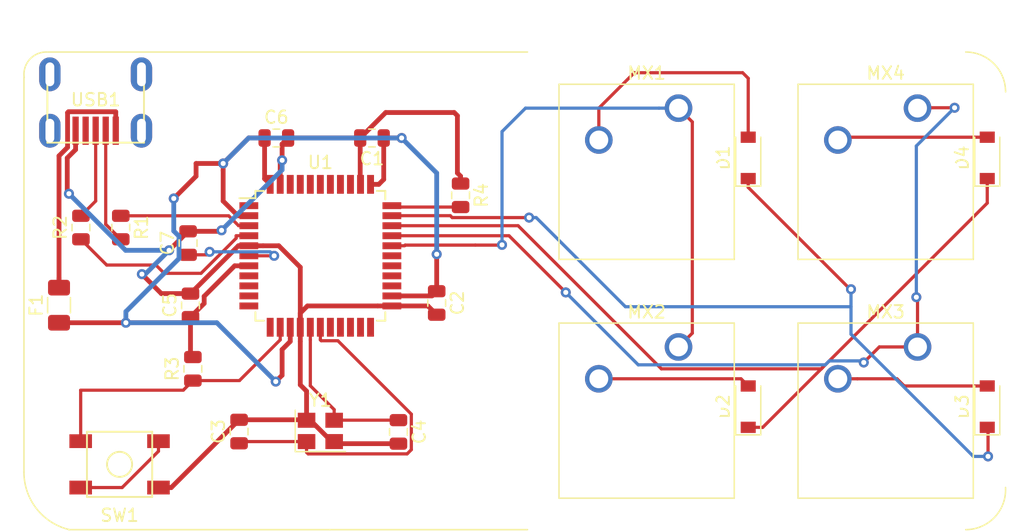
<source format=kicad_pcb>
(kicad_pcb (version 20171130) (host pcbnew "(5.1.4)-1")

  (general
    (thickness 1.6)
    (drawings 8)
    (tracks 239)
    (zones 0)
    (modules 24)
    (nets 45)
  )

  (page A4)
  (layers
    (0 F.Cu signal)
    (31 B.Cu signal)
    (32 B.Adhes user)
    (33 F.Adhes user)
    (34 B.Paste user)
    (35 F.Paste user)
    (36 B.SilkS user)
    (37 F.SilkS user)
    (38 B.Mask user)
    (39 F.Mask user)
    (40 Dwgs.User user)
    (41 Cmts.User user)
    (42 Eco1.User user)
    (43 Eco2.User user)
    (44 Edge.Cuts user)
    (45 Margin user)
    (46 B.CrtYd user)
    (47 F.CrtYd user)
    (48 B.Fab user)
    (49 F.Fab user)
  )

  (setup
    (last_trace_width 0.254)
    (trace_clearance 0.2)
    (zone_clearance 0.508)
    (zone_45_only no)
    (trace_min 0.2)
    (via_size 0.8)
    (via_drill 0.4)
    (via_min_size 0.4)
    (via_min_drill 0.3)
    (uvia_size 0.3)
    (uvia_drill 0.1)
    (uvias_allowed no)
    (uvia_min_size 0.2)
    (uvia_min_drill 0.1)
    (edge_width 0.05)
    (segment_width 0.2)
    (pcb_text_width 0.3)
    (pcb_text_size 1.5 1.5)
    (mod_edge_width 0.12)
    (mod_text_size 1 1)
    (mod_text_width 0.15)
    (pad_size 1.524 1.524)
    (pad_drill 0.762)
    (pad_to_mask_clearance 0.051)
    (solder_mask_min_width 0.25)
    (aux_axis_origin 0 0)
    (visible_elements FFFFFF7F)
    (pcbplotparams
      (layerselection 0x010fc_ffffffff)
      (usegerberextensions false)
      (usegerberattributes false)
      (usegerberadvancedattributes false)
      (creategerberjobfile false)
      (excludeedgelayer true)
      (linewidth 0.100000)
      (plotframeref false)
      (viasonmask false)
      (mode 1)
      (useauxorigin false)
      (hpglpennumber 1)
      (hpglpenspeed 20)
      (hpglpendiameter 15.000000)
      (psnegative false)
      (psa4output false)
      (plotreference true)
      (plotvalue true)
      (plotinvisibletext false)
      (padsonsilk false)
      (subtractmaskfromsilk false)
      (outputformat 1)
      (mirror false)
      (drillshape 1)
      (scaleselection 1)
      (outputdirectory ""))
  )

  (net 0 "")
  (net 1 GND)
  (net 2 +5V)
  (net 3 "Net-(C3-Pad1)")
  (net 4 "Net-(C4-Pad1)")
  (net 5 "Net-(C7-Pad1)")
  (net 6 "Net-(D1-Pad2)")
  (net 7 ROW0)
  (net 8 "Net-(D2-Pad2)")
  (net 9 ROW1)
  (net 10 "Net-(D3-Pad2)")
  (net 11 "Net-(D4-Pad2)")
  (net 12 VCC)
  (net 13 COL0)
  (net 14 COL1)
  (net 15 D-)
  (net 16 "Net-(R1-Pad1)")
  (net 17 D+)
  (net 18 "Net-(R2-Pad1)")
  (net 19 "Net-(R3-Pad1)")
  (net 20 "Net-(R4-Pad2)")
  (net 21 "Net-(U1-Pad42)")
  (net 22 "Net-(U1-Pad41)")
  (net 23 "Net-(U1-Pad40)")
  (net 24 "Net-(U1-Pad39)")
  (net 25 "Net-(U1-Pad38)")
  (net 26 "Net-(U1-Pad37)")
  (net 27 "Net-(U1-Pad36)")
  (net 28 "Net-(U1-Pad28)")
  (net 29 "Net-(U1-Pad27)")
  (net 30 "Net-(U1-Pad26)")
  (net 31 "Net-(U1-Pad25)")
  (net 32 "Net-(U1-Pad22)")
  (net 33 "Net-(U1-Pad21)")
  (net 34 "Net-(U1-Pad20)")
  (net 35 "Net-(U1-Pad19)")
  (net 36 "Net-(U1-Pad18)")
  (net 37 "Net-(U1-Pad12)")
  (net 38 "Net-(U1-Pad11)")
  (net 39 "Net-(U1-Pad10)")
  (net 40 "Net-(U1-Pad9)")
  (net 41 "Net-(U1-Pad8)")
  (net 42 "Net-(U1-Pad1)")
  (net 43 "Net-(USB1-Pad6)")
  (net 44 "Net-(USB1-Pad2)")

  (net_class Default "This is the default net class."
    (clearance 0.2)
    (trace_width 0.254)
    (via_dia 0.8)
    (via_drill 0.4)
    (uvia_dia 0.3)
    (uvia_drill 0.1)
    (add_net COL0)
    (add_net COL1)
    (add_net D+)
    (add_net D-)
    (add_net "Net-(C3-Pad1)")
    (add_net "Net-(C4-Pad1)")
    (add_net "Net-(C7-Pad1)")
    (add_net "Net-(D1-Pad2)")
    (add_net "Net-(D2-Pad2)")
    (add_net "Net-(D3-Pad2)")
    (add_net "Net-(D4-Pad2)")
    (add_net "Net-(R1-Pad1)")
    (add_net "Net-(R2-Pad1)")
    (add_net "Net-(R3-Pad1)")
    (add_net "Net-(R4-Pad2)")
    (add_net "Net-(U1-Pad1)")
    (add_net "Net-(U1-Pad10)")
    (add_net "Net-(U1-Pad11)")
    (add_net "Net-(U1-Pad12)")
    (add_net "Net-(U1-Pad18)")
    (add_net "Net-(U1-Pad19)")
    (add_net "Net-(U1-Pad20)")
    (add_net "Net-(U1-Pad21)")
    (add_net "Net-(U1-Pad22)")
    (add_net "Net-(U1-Pad25)")
    (add_net "Net-(U1-Pad26)")
    (add_net "Net-(U1-Pad27)")
    (add_net "Net-(U1-Pad28)")
    (add_net "Net-(U1-Pad36)")
    (add_net "Net-(U1-Pad37)")
    (add_net "Net-(U1-Pad38)")
    (add_net "Net-(U1-Pad39)")
    (add_net "Net-(U1-Pad40)")
    (add_net "Net-(U1-Pad41)")
    (add_net "Net-(U1-Pad42)")
    (add_net "Net-(U1-Pad8)")
    (add_net "Net-(U1-Pad9)")
    (add_net "Net-(USB1-Pad2)")
    (add_net "Net-(USB1-Pad6)")
    (add_net ROW0)
    (add_net ROW1)
  )

  (net_class power ""
    (clearance 0.2)
    (trace_width 0.381)
    (via_dia 0.8)
    (via_drill 0.4)
    (uvia_dia 0.3)
    (uvia_drill 0.1)
    (add_net +5V)
    (add_net GND)
    (add_net VCC)
  )

  (module Package_QFP:TQFP-44_10x10mm_P0.8mm (layer F.Cu) (tedit 5A02F146) (tstamp 60DEFAB8)
    (at 78.613 79.248)
    (descr "44-Lead Plastic Thin Quad Flatpack (PT) - 10x10x1.0 mm Body [TQFP] (see Microchip Packaging Specification 00000049BS.pdf)")
    (tags "QFP 0.8")
    (path /60CEF6DF)
    (attr smd)
    (fp_text reference U1 (at 0 -7.45) (layer F.SilkS)
      (effects (font (size 1 1) (thickness 0.15)))
    )
    (fp_text value ATmega32U4-AU (at 0 7.45) (layer F.Fab)
      (effects (font (size 1 1) (thickness 0.15)))
    )
    (fp_line (start -5.175 -4.6) (end -6.45 -4.6) (layer F.SilkS) (width 0.15))
    (fp_line (start 5.175 -5.175) (end 4.5 -5.175) (layer F.SilkS) (width 0.15))
    (fp_line (start 5.175 5.175) (end 4.5 5.175) (layer F.SilkS) (width 0.15))
    (fp_line (start -5.175 5.175) (end -4.5 5.175) (layer F.SilkS) (width 0.15))
    (fp_line (start -5.175 -5.175) (end -4.5 -5.175) (layer F.SilkS) (width 0.15))
    (fp_line (start -5.175 5.175) (end -5.175 4.5) (layer F.SilkS) (width 0.15))
    (fp_line (start 5.175 5.175) (end 5.175 4.5) (layer F.SilkS) (width 0.15))
    (fp_line (start 5.175 -5.175) (end 5.175 -4.5) (layer F.SilkS) (width 0.15))
    (fp_line (start -5.175 -5.175) (end -5.175 -4.6) (layer F.SilkS) (width 0.15))
    (fp_line (start -6.7 6.7) (end 6.7 6.7) (layer F.CrtYd) (width 0.05))
    (fp_line (start -6.7 -6.7) (end 6.7 -6.7) (layer F.CrtYd) (width 0.05))
    (fp_line (start 6.7 -6.7) (end 6.7 6.7) (layer F.CrtYd) (width 0.05))
    (fp_line (start -6.7 -6.7) (end -6.7 6.7) (layer F.CrtYd) (width 0.05))
    (fp_line (start -5 -4) (end -4 -5) (layer F.Fab) (width 0.15))
    (fp_line (start -5 5) (end -5 -4) (layer F.Fab) (width 0.15))
    (fp_line (start 5 5) (end -5 5) (layer F.Fab) (width 0.15))
    (fp_line (start 5 -5) (end 5 5) (layer F.Fab) (width 0.15))
    (fp_line (start -4 -5) (end 5 -5) (layer F.Fab) (width 0.15))
    (fp_text user %R (at 0 0) (layer F.Fab)
      (effects (font (size 1 1) (thickness 0.15)))
    )
    (pad 44 smd rect (at -4 -5.7 90) (size 1.5 0.55) (layers F.Cu F.Paste F.Mask)
      (net 2 +5V))
    (pad 43 smd rect (at -3.2 -5.7 90) (size 1.5 0.55) (layers F.Cu F.Paste F.Mask)
      (net 1 GND))
    (pad 42 smd rect (at -2.4 -5.7 90) (size 1.5 0.55) (layers F.Cu F.Paste F.Mask)
      (net 21 "Net-(U1-Pad42)"))
    (pad 41 smd rect (at -1.6 -5.7 90) (size 1.5 0.55) (layers F.Cu F.Paste F.Mask)
      (net 22 "Net-(U1-Pad41)"))
    (pad 40 smd rect (at -0.8 -5.7 90) (size 1.5 0.55) (layers F.Cu F.Paste F.Mask)
      (net 23 "Net-(U1-Pad40)"))
    (pad 39 smd rect (at 0 -5.7 90) (size 1.5 0.55) (layers F.Cu F.Paste F.Mask)
      (net 24 "Net-(U1-Pad39)"))
    (pad 38 smd rect (at 0.8 -5.7 90) (size 1.5 0.55) (layers F.Cu F.Paste F.Mask)
      (net 25 "Net-(U1-Pad38)"))
    (pad 37 smd rect (at 1.6 -5.7 90) (size 1.5 0.55) (layers F.Cu F.Paste F.Mask)
      (net 26 "Net-(U1-Pad37)"))
    (pad 36 smd rect (at 2.4 -5.7 90) (size 1.5 0.55) (layers F.Cu F.Paste F.Mask)
      (net 27 "Net-(U1-Pad36)"))
    (pad 35 smd rect (at 3.2 -5.7 90) (size 1.5 0.55) (layers F.Cu F.Paste F.Mask)
      (net 1 GND))
    (pad 34 smd rect (at 4 -5.7 90) (size 1.5 0.55) (layers F.Cu F.Paste F.Mask)
      (net 2 +5V))
    (pad 33 smd rect (at 5.7 -4) (size 1.5 0.55) (layers F.Cu F.Paste F.Mask)
      (net 20 "Net-(R4-Pad2)"))
    (pad 32 smd rect (at 5.7 -3.2) (size 1.5 0.55) (layers F.Cu F.Paste F.Mask)
      (net 7 ROW0))
    (pad 31 smd rect (at 5.7 -2.4) (size 1.5 0.55) (layers F.Cu F.Paste F.Mask)
      (net 9 ROW1))
    (pad 30 smd rect (at 5.7 -1.6) (size 1.5 0.55) (layers F.Cu F.Paste F.Mask)
      (net 14 COL1))
    (pad 29 smd rect (at 5.7 -0.8) (size 1.5 0.55) (layers F.Cu F.Paste F.Mask)
      (net 13 COL0))
    (pad 28 smd rect (at 5.7 0) (size 1.5 0.55) (layers F.Cu F.Paste F.Mask)
      (net 28 "Net-(U1-Pad28)"))
    (pad 27 smd rect (at 5.7 0.8) (size 1.5 0.55) (layers F.Cu F.Paste F.Mask)
      (net 29 "Net-(U1-Pad27)"))
    (pad 26 smd rect (at 5.7 1.6) (size 1.5 0.55) (layers F.Cu F.Paste F.Mask)
      (net 30 "Net-(U1-Pad26)"))
    (pad 25 smd rect (at 5.7 2.4) (size 1.5 0.55) (layers F.Cu F.Paste F.Mask)
      (net 31 "Net-(U1-Pad25)"))
    (pad 24 smd rect (at 5.7 3.2) (size 1.5 0.55) (layers F.Cu F.Paste F.Mask)
      (net 2 +5V))
    (pad 23 smd rect (at 5.7 4) (size 1.5 0.55) (layers F.Cu F.Paste F.Mask)
      (net 1 GND))
    (pad 22 smd rect (at 4 5.7 90) (size 1.5 0.55) (layers F.Cu F.Paste F.Mask)
      (net 32 "Net-(U1-Pad22)"))
    (pad 21 smd rect (at 3.2 5.7 90) (size 1.5 0.55) (layers F.Cu F.Paste F.Mask)
      (net 33 "Net-(U1-Pad21)"))
    (pad 20 smd rect (at 2.4 5.7 90) (size 1.5 0.55) (layers F.Cu F.Paste F.Mask)
      (net 34 "Net-(U1-Pad20)"))
    (pad 19 smd rect (at 1.6 5.7 90) (size 1.5 0.55) (layers F.Cu F.Paste F.Mask)
      (net 35 "Net-(U1-Pad19)"))
    (pad 18 smd rect (at 0.8 5.7 90) (size 1.5 0.55) (layers F.Cu F.Paste F.Mask)
      (net 36 "Net-(U1-Pad18)"))
    (pad 17 smd rect (at 0 5.7 90) (size 1.5 0.55) (layers F.Cu F.Paste F.Mask)
      (net 3 "Net-(C3-Pad1)"))
    (pad 16 smd rect (at -0.8 5.7 90) (size 1.5 0.55) (layers F.Cu F.Paste F.Mask)
      (net 4 "Net-(C4-Pad1)"))
    (pad 15 smd rect (at -1.6 5.7 90) (size 1.5 0.55) (layers F.Cu F.Paste F.Mask)
      (net 1 GND))
    (pad 14 smd rect (at -2.4 5.7 90) (size 1.5 0.55) (layers F.Cu F.Paste F.Mask)
      (net 2 +5V))
    (pad 13 smd rect (at -3.2 5.7 90) (size 1.5 0.55) (layers F.Cu F.Paste F.Mask)
      (net 19 "Net-(R3-Pad1)"))
    (pad 12 smd rect (at -4 5.7 90) (size 1.5 0.55) (layers F.Cu F.Paste F.Mask)
      (net 37 "Net-(U1-Pad12)"))
    (pad 11 smd rect (at -5.7 4) (size 1.5 0.55) (layers F.Cu F.Paste F.Mask)
      (net 38 "Net-(U1-Pad11)"))
    (pad 10 smd rect (at -5.7 3.2) (size 1.5 0.55) (layers F.Cu F.Paste F.Mask)
      (net 39 "Net-(U1-Pad10)"))
    (pad 9 smd rect (at -5.7 2.4) (size 1.5 0.55) (layers F.Cu F.Paste F.Mask)
      (net 40 "Net-(U1-Pad9)"))
    (pad 8 smd rect (at -5.7 1.6) (size 1.5 0.55) (layers F.Cu F.Paste F.Mask)
      (net 41 "Net-(U1-Pad8)"))
    (pad 7 smd rect (at -5.7 0.8) (size 1.5 0.55) (layers F.Cu F.Paste F.Mask)
      (net 2 +5V))
    (pad 6 smd rect (at -5.7 0) (size 1.5 0.55) (layers F.Cu F.Paste F.Mask)
      (net 5 "Net-(C7-Pad1)"))
    (pad 5 smd rect (at -5.7 -0.8) (size 1.5 0.55) (layers F.Cu F.Paste F.Mask)
      (net 1 GND))
    (pad 4 smd rect (at -5.7 -1.6) (size 1.5 0.55) (layers F.Cu F.Paste F.Mask)
      (net 18 "Net-(R2-Pad1)"))
    (pad 3 smd rect (at -5.7 -2.4) (size 1.5 0.55) (layers F.Cu F.Paste F.Mask)
      (net 16 "Net-(R1-Pad1)"))
    (pad 2 smd rect (at -5.7 -3.2) (size 1.5 0.55) (layers F.Cu F.Paste F.Mask)
      (net 2 +5V))
    (pad 1 smd rect (at -5.7 -4) (size 1.5 0.55) (layers F.Cu F.Paste F.Mask)
      (net 42 "Net-(U1-Pad1)"))
    (model ${KISYS3DMOD}/Package_QFP.3dshapes/TQFP-44_10x10mm_P0.8mm.wrl
      (at (xyz 0 0 0))
      (scale (xyz 1 1 1))
      (rotate (xyz 0 0 0))
    )
  )

  (module Crystal:Crystal_SMD_3225-4Pin_3.2x2.5mm (layer F.Cu) (tedit 5A0FD1B2) (tstamp 60DEFAEC)
    (at 78.613 93.218)
    (descr "SMD Crystal SERIES SMD3225/4 http://www.txccrystal.com/images/pdf/7m-accuracy.pdf, 3.2x2.5mm^2 package")
    (tags "SMD SMT crystal")
    (path /60DE5EE8)
    (attr smd)
    (fp_text reference Y1 (at 0 -2.45) (layer F.SilkS)
      (effects (font (size 1 1) (thickness 0.15)))
    )
    (fp_text value 16MHz (at 0 2.45) (layer F.Fab)
      (effects (font (size 1 1) (thickness 0.15)))
    )
    (fp_line (start 2.1 -1.7) (end -2.1 -1.7) (layer F.CrtYd) (width 0.05))
    (fp_line (start 2.1 1.7) (end 2.1 -1.7) (layer F.CrtYd) (width 0.05))
    (fp_line (start -2.1 1.7) (end 2.1 1.7) (layer F.CrtYd) (width 0.05))
    (fp_line (start -2.1 -1.7) (end -2.1 1.7) (layer F.CrtYd) (width 0.05))
    (fp_line (start -2 1.65) (end 2 1.65) (layer F.SilkS) (width 0.12))
    (fp_line (start -2 -1.65) (end -2 1.65) (layer F.SilkS) (width 0.12))
    (fp_line (start -1.6 0.25) (end -0.6 1.25) (layer F.Fab) (width 0.1))
    (fp_line (start 1.6 -1.25) (end -1.6 -1.25) (layer F.Fab) (width 0.1))
    (fp_line (start 1.6 1.25) (end 1.6 -1.25) (layer F.Fab) (width 0.1))
    (fp_line (start -1.6 1.25) (end 1.6 1.25) (layer F.Fab) (width 0.1))
    (fp_line (start -1.6 -1.25) (end -1.6 1.25) (layer F.Fab) (width 0.1))
    (fp_text user %R (at 0 0) (layer F.Fab)
      (effects (font (size 0.7 0.7) (thickness 0.105)))
    )
    (pad 4 smd rect (at -1.1 -0.85) (size 1.4 1.2) (layers F.Cu F.Paste F.Mask)
      (net 1 GND))
    (pad 3 smd rect (at 1.1 -0.85) (size 1.4 1.2) (layers F.Cu F.Paste F.Mask)
      (net 4 "Net-(C4-Pad1)"))
    (pad 2 smd rect (at 1.1 0.85) (size 1.4 1.2) (layers F.Cu F.Paste F.Mask)
      (net 1 GND))
    (pad 1 smd rect (at -1.1 0.85) (size 1.4 1.2) (layers F.Cu F.Paste F.Mask)
      (net 3 "Net-(C3-Pad1)"))
    (model ${KISYS3DMOD}/Crystal.3dshapes/Crystal_SMD_3225-4Pin_3.2x2.5mm.wrl
      (at (xyz 0 0 0))
      (scale (xyz 1 1 1))
      (rotate (xyz 0 0 0))
    )
  )

  (module random-keyboard-parts:Molex-0548190589 (layer F.Cu) (tedit 5C494815) (tstamp 60DEFAD8)
    (at 60.706 64.77 270)
    (path /60DEB517)
    (attr smd)
    (fp_text reference USB1 (at 2.032 0) (layer F.SilkS)
      (effects (font (size 1 1) (thickness 0.15)))
    )
    (fp_text value Molex-0548190589 (at -5.08 0) (layer Dwgs.User)
      (effects (font (size 1 1) (thickness 0.15)))
    )
    (fp_text user %R (at 2 0) (layer F.CrtYd)
      (effects (font (size 1 1) (thickness 0.15)))
    )
    (fp_line (start 3.25 -1.25) (end 5.5 -1.25) (layer F.CrtYd) (width 0.15))
    (fp_line (start 5.5 -0.5) (end 3.25 -0.5) (layer F.CrtYd) (width 0.15))
    (fp_line (start 3.25 0.5) (end 5.5 0.5) (layer F.CrtYd) (width 0.15))
    (fp_line (start 5.5 1.25) (end 3.25 1.25) (layer F.CrtYd) (width 0.15))
    (fp_line (start 3.25 2) (end 5.5 2) (layer F.CrtYd) (width 0.15))
    (fp_line (start 3.25 -2) (end 3.25 2) (layer F.CrtYd) (width 0.15))
    (fp_line (start 5.5 -2) (end 3.25 -2) (layer F.CrtYd) (width 0.15))
    (fp_line (start -3.75 3.75) (end -3.75 -3.75) (layer F.CrtYd) (width 0.15))
    (fp_line (start 5.5 3.75) (end -3.75 3.75) (layer F.CrtYd) (width 0.15))
    (fp_line (start 5.5 -3.75) (end 5.5 3.75) (layer F.CrtYd) (width 0.15))
    (fp_line (start -3.75 -3.75) (end 5.5 -3.75) (layer F.CrtYd) (width 0.15))
    (fp_line (start 0 -3.85) (end 5.45 -3.85) (layer F.SilkS) (width 0.15))
    (fp_line (start 0 3.85) (end 5.45 3.85) (layer F.SilkS) (width 0.15))
    (fp_line (start 5.45 -3.85) (end 5.45 3.85) (layer F.SilkS) (width 0.15))
    (fp_line (start -3.75 -3.85) (end 0 -3.85) (layer Dwgs.User) (width 0.15))
    (fp_line (start -3.75 3.85) (end 0 3.85) (layer Dwgs.User) (width 0.15))
    (fp_line (start -1.75 -4.572) (end -1.75 4.572) (layer Dwgs.User) (width 0.15))
    (fp_line (start -3.75 -3.85) (end -3.75 3.85) (layer Dwgs.User) (width 0.15))
    (pad 6 thru_hole oval (at 0 -3.65 270) (size 2.7 1.7) (drill oval 1.9 0.7) (layers *.Cu *.Mask)
      (net 43 "Net-(USB1-Pad6)"))
    (pad 6 thru_hole oval (at 0 3.65 270) (size 2.7 1.7) (drill oval 1.9 0.7) (layers *.Cu *.Mask)
      (net 43 "Net-(USB1-Pad6)"))
    (pad 6 thru_hole oval (at 4.5 3.65 270) (size 2.7 1.7) (drill oval 1.9 0.7) (layers *.Cu *.Mask)
      (net 43 "Net-(USB1-Pad6)"))
    (pad 6 thru_hole oval (at 4.5 -3.65 270) (size 2.7 1.7) (drill oval 1.9 0.7) (layers *.Cu *.Mask)
      (net 43 "Net-(USB1-Pad6)"))
    (pad 5 smd rect (at 4.5 -1.6 270) (size 2.25 0.5) (layers F.Cu F.Paste F.Mask)
      (net 12 VCC))
    (pad 4 smd rect (at 4.5 -0.8 270) (size 2.25 0.5) (layers F.Cu F.Paste F.Mask)
      (net 15 D-))
    (pad 3 smd rect (at 4.5 0 270) (size 2.25 0.5) (layers F.Cu F.Paste F.Mask)
      (net 17 D+))
    (pad 2 smd rect (at 4.5 0.8 270) (size 2.25 0.5) (layers F.Cu F.Paste F.Mask)
      (net 44 "Net-(USB1-Pad2)"))
    (pad 1 smd rect (at 4.5 1.6 270) (size 2.25 0.5) (layers F.Cu F.Paste F.Mask)
      (net 1 GND))
  )

  (module random-keyboard-parts:SKQG-1155865 (layer F.Cu) (tedit 5E62B398) (tstamp 60DEFA75)
    (at 62.611 95.885)
    (path /60DF18B3)
    (attr smd)
    (fp_text reference SW1 (at 0 4.064) (layer F.SilkS)
      (effects (font (size 1 1) (thickness 0.15)))
    )
    (fp_text value SW_Push (at 0 -4.064) (layer F.Fab)
      (effects (font (size 1 1) (thickness 0.15)))
    )
    (fp_line (start -2.6 -2.6) (end 2.6 -2.6) (layer F.SilkS) (width 0.15))
    (fp_line (start 2.6 -2.6) (end 2.6 2.6) (layer F.SilkS) (width 0.15))
    (fp_line (start 2.6 2.6) (end -2.6 2.6) (layer F.SilkS) (width 0.15))
    (fp_line (start -2.6 2.6) (end -2.6 -2.6) (layer F.SilkS) (width 0.15))
    (fp_circle (center 0 0) (end 1 0) (layer F.SilkS) (width 0.15))
    (fp_line (start -4.2 -2.6) (end 4.2 -2.6) (layer F.Fab) (width 0.15))
    (fp_line (start 4.2 -2.6) (end 4.2 -1.2) (layer F.Fab) (width 0.15))
    (fp_line (start 4.2 -1.1) (end 2.6 -1.1) (layer F.Fab) (width 0.15))
    (fp_line (start 2.6 -1.1) (end 2.6 1.1) (layer F.Fab) (width 0.15))
    (fp_line (start 2.6 1.1) (end 4.2 1.1) (layer F.Fab) (width 0.15))
    (fp_line (start 4.2 1.1) (end 4.2 2.6) (layer F.Fab) (width 0.15))
    (fp_line (start 4.2 2.6) (end -4.2 2.6) (layer F.Fab) (width 0.15))
    (fp_line (start -4.2 2.6) (end -4.2 1.1) (layer F.Fab) (width 0.15))
    (fp_line (start -4.2 1.1) (end -2.6 1.1) (layer F.Fab) (width 0.15))
    (fp_line (start -2.6 1.1) (end -2.6 -1.1) (layer F.Fab) (width 0.15))
    (fp_line (start -2.6 -1.1) (end -4.2 -1.1) (layer F.Fab) (width 0.15))
    (fp_line (start -4.2 -1.1) (end -4.2 -2.6) (layer F.Fab) (width 0.15))
    (fp_circle (center 0 0) (end 1 0) (layer F.Fab) (width 0.15))
    (fp_line (start -2.6 -1.1) (end -1.1 -2.6) (layer F.Fab) (width 0.15))
    (fp_line (start 2.6 -1.1) (end 1.1 -2.6) (layer F.Fab) (width 0.15))
    (fp_line (start 2.6 1.1) (end 1.1 2.6) (layer F.Fab) (width 0.15))
    (fp_line (start -2.6 1.1) (end -1.1 2.6) (layer F.Fab) (width 0.15))
    (pad 4 smd rect (at -3.1 1.85) (size 1.8 1.1) (layers F.Cu F.Paste F.Mask))
    (pad 3 smd rect (at 3.1 -1.85) (size 1.8 1.1) (layers F.Cu F.Paste F.Mask))
    (pad 2 smd rect (at -3.1 -1.85) (size 1.8 1.1) (layers F.Cu F.Paste F.Mask)
      (net 19 "Net-(R3-Pad1)"))
    (pad 1 smd rect (at 3.1 1.85) (size 1.8 1.1) (layers F.Cu F.Paste F.Mask)
      (net 1 GND))
    (model ${KISYS3DMOD}/Button_Switch_SMD.3dshapes/SW_SPST_TL3342.step
      (at (xyz 0 0 0))
      (scale (xyz 1 1 1))
      (rotate (xyz 0 0 0))
    )
  )

  (module Resistor_SMD:R_0805_2012Metric (layer F.Cu) (tedit 5B36C52B) (tstamp 60DEFA57)
    (at 89.789 74.422 270)
    (descr "Resistor SMD 0805 (2012 Metric), square (rectangular) end terminal, IPC_7351 nominal, (Body size source: https://docs.google.com/spreadsheets/d/1BsfQQcO9C6DZCsRaXUlFlo91Tg2WpOkGARC1WS5S8t0/edit?usp=sharing), generated with kicad-footprint-generator")
    (tags resistor)
    (path /60CFFD74)
    (attr smd)
    (fp_text reference R4 (at 0 -1.65 90) (layer F.SilkS)
      (effects (font (size 1 1) (thickness 0.15)))
    )
    (fp_text value 10k (at 0 1.65 90) (layer F.Fab)
      (effects (font (size 1 1) (thickness 0.15)))
    )
    (fp_text user %R (at 0 0 90) (layer F.Fab)
      (effects (font (size 0.5 0.5) (thickness 0.08)))
    )
    (fp_line (start 1.68 0.95) (end -1.68 0.95) (layer F.CrtYd) (width 0.05))
    (fp_line (start 1.68 -0.95) (end 1.68 0.95) (layer F.CrtYd) (width 0.05))
    (fp_line (start -1.68 -0.95) (end 1.68 -0.95) (layer F.CrtYd) (width 0.05))
    (fp_line (start -1.68 0.95) (end -1.68 -0.95) (layer F.CrtYd) (width 0.05))
    (fp_line (start -0.258578 0.71) (end 0.258578 0.71) (layer F.SilkS) (width 0.12))
    (fp_line (start -0.258578 -0.71) (end 0.258578 -0.71) (layer F.SilkS) (width 0.12))
    (fp_line (start 1 0.6) (end -1 0.6) (layer F.Fab) (width 0.1))
    (fp_line (start 1 -0.6) (end 1 0.6) (layer F.Fab) (width 0.1))
    (fp_line (start -1 -0.6) (end 1 -0.6) (layer F.Fab) (width 0.1))
    (fp_line (start -1 0.6) (end -1 -0.6) (layer F.Fab) (width 0.1))
    (pad 2 smd roundrect (at 0.9375 0 270) (size 0.975 1.4) (layers F.Cu F.Paste F.Mask) (roundrect_rratio 0.25)
      (net 20 "Net-(R4-Pad2)"))
    (pad 1 smd roundrect (at -0.9375 0 270) (size 0.975 1.4) (layers F.Cu F.Paste F.Mask) (roundrect_rratio 0.25)
      (net 1 GND))
    (model ${KISYS3DMOD}/Resistor_SMD.3dshapes/R_0805_2012Metric.wrl
      (at (xyz 0 0 0))
      (scale (xyz 1 1 1))
      (rotate (xyz 0 0 0))
    )
  )

  (module Resistor_SMD:R_0805_2012Metric (layer F.Cu) (tedit 5B36C52B) (tstamp 60DEFA46)
    (at 68.453 88.265 90)
    (descr "Resistor SMD 0805 (2012 Metric), square (rectangular) end terminal, IPC_7351 nominal, (Body size source: https://docs.google.com/spreadsheets/d/1BsfQQcO9C6DZCsRaXUlFlo91Tg2WpOkGARC1WS5S8t0/edit?usp=sharing), generated with kicad-footprint-generator")
    (tags resistor)
    (path /60DF44AA)
    (attr smd)
    (fp_text reference R3 (at 0 -1.65 90) (layer F.SilkS)
      (effects (font (size 1 1) (thickness 0.15)))
    )
    (fp_text value 10k (at 0 1.65 90) (layer F.Fab)
      (effects (font (size 1 1) (thickness 0.15)))
    )
    (fp_text user %R (at 0 0 90) (layer F.Fab)
      (effects (font (size 0.5 0.5) (thickness 0.08)))
    )
    (fp_line (start 1.68 0.95) (end -1.68 0.95) (layer F.CrtYd) (width 0.05))
    (fp_line (start 1.68 -0.95) (end 1.68 0.95) (layer F.CrtYd) (width 0.05))
    (fp_line (start -1.68 -0.95) (end 1.68 -0.95) (layer F.CrtYd) (width 0.05))
    (fp_line (start -1.68 0.95) (end -1.68 -0.95) (layer F.CrtYd) (width 0.05))
    (fp_line (start -0.258578 0.71) (end 0.258578 0.71) (layer F.SilkS) (width 0.12))
    (fp_line (start -0.258578 -0.71) (end 0.258578 -0.71) (layer F.SilkS) (width 0.12))
    (fp_line (start 1 0.6) (end -1 0.6) (layer F.Fab) (width 0.1))
    (fp_line (start 1 -0.6) (end 1 0.6) (layer F.Fab) (width 0.1))
    (fp_line (start -1 -0.6) (end 1 -0.6) (layer F.Fab) (width 0.1))
    (fp_line (start -1 0.6) (end -1 -0.6) (layer F.Fab) (width 0.1))
    (pad 2 smd roundrect (at 0.9375 0 90) (size 0.975 1.4) (layers F.Cu F.Paste F.Mask) (roundrect_rratio 0.25)
      (net 2 +5V))
    (pad 1 smd roundrect (at -0.9375 0 90) (size 0.975 1.4) (layers F.Cu F.Paste F.Mask) (roundrect_rratio 0.25)
      (net 19 "Net-(R3-Pad1)"))
    (model ${KISYS3DMOD}/Resistor_SMD.3dshapes/R_0805_2012Metric.wrl
      (at (xyz 0 0 0))
      (scale (xyz 1 1 1))
      (rotate (xyz 0 0 0))
    )
  )

  (module Resistor_SMD:R_0805_2012Metric (layer F.Cu) (tedit 5B36C52B) (tstamp 60DEFA35)
    (at 59.53125 76.99375 90)
    (descr "Resistor SMD 0805 (2012 Metric), square (rectangular) end terminal, IPC_7351 nominal, (Body size source: https://docs.google.com/spreadsheets/d/1BsfQQcO9C6DZCsRaXUlFlo91Tg2WpOkGARC1WS5S8t0/edit?usp=sharing), generated with kicad-footprint-generator")
    (tags resistor)
    (path /60D42AE9)
    (attr smd)
    (fp_text reference R2 (at 0 -1.65 90) (layer F.SilkS)
      (effects (font (size 1 1) (thickness 0.15)))
    )
    (fp_text value 22 (at 0 1.65 90) (layer F.Fab)
      (effects (font (size 1 1) (thickness 0.15)))
    )
    (fp_text user %R (at 0 0 90) (layer F.Fab)
      (effects (font (size 0.5 0.5) (thickness 0.08)))
    )
    (fp_line (start 1.68 0.95) (end -1.68 0.95) (layer F.CrtYd) (width 0.05))
    (fp_line (start 1.68 -0.95) (end 1.68 0.95) (layer F.CrtYd) (width 0.05))
    (fp_line (start -1.68 -0.95) (end 1.68 -0.95) (layer F.CrtYd) (width 0.05))
    (fp_line (start -1.68 0.95) (end -1.68 -0.95) (layer F.CrtYd) (width 0.05))
    (fp_line (start -0.258578 0.71) (end 0.258578 0.71) (layer F.SilkS) (width 0.12))
    (fp_line (start -0.258578 -0.71) (end 0.258578 -0.71) (layer F.SilkS) (width 0.12))
    (fp_line (start 1 0.6) (end -1 0.6) (layer F.Fab) (width 0.1))
    (fp_line (start 1 -0.6) (end 1 0.6) (layer F.Fab) (width 0.1))
    (fp_line (start -1 -0.6) (end 1 -0.6) (layer F.Fab) (width 0.1))
    (fp_line (start -1 0.6) (end -1 -0.6) (layer F.Fab) (width 0.1))
    (pad 2 smd roundrect (at 0.9375 0 90) (size 0.975 1.4) (layers F.Cu F.Paste F.Mask) (roundrect_rratio 0.25)
      (net 17 D+))
    (pad 1 smd roundrect (at -0.9375 0 90) (size 0.975 1.4) (layers F.Cu F.Paste F.Mask) (roundrect_rratio 0.25)
      (net 18 "Net-(R2-Pad1)"))
    (model ${KISYS3DMOD}/Resistor_SMD.3dshapes/R_0805_2012Metric.wrl
      (at (xyz 0 0 0))
      (scale (xyz 1 1 1))
      (rotate (xyz 0 0 0))
    )
  )

  (module Resistor_SMD:R_0805_2012Metric (layer F.Cu) (tedit 5B36C52B) (tstamp 60DEFA24)
    (at 62.70625 76.99375 270)
    (descr "Resistor SMD 0805 (2012 Metric), square (rectangular) end terminal, IPC_7351 nominal, (Body size source: https://docs.google.com/spreadsheets/d/1BsfQQcO9C6DZCsRaXUlFlo91Tg2WpOkGARC1WS5S8t0/edit?usp=sharing), generated with kicad-footprint-generator")
    (tags resistor)
    (path /60D43871)
    (attr smd)
    (fp_text reference R1 (at 0 -1.65 90) (layer F.SilkS)
      (effects (font (size 1 1) (thickness 0.15)))
    )
    (fp_text value 22 (at 0 1.65 90) (layer F.Fab)
      (effects (font (size 1 1) (thickness 0.15)))
    )
    (fp_text user %R (at 0 0 90) (layer F.Fab)
      (effects (font (size 0.5 0.5) (thickness 0.08)))
    )
    (fp_line (start 1.68 0.95) (end -1.68 0.95) (layer F.CrtYd) (width 0.05))
    (fp_line (start 1.68 -0.95) (end 1.68 0.95) (layer F.CrtYd) (width 0.05))
    (fp_line (start -1.68 -0.95) (end 1.68 -0.95) (layer F.CrtYd) (width 0.05))
    (fp_line (start -1.68 0.95) (end -1.68 -0.95) (layer F.CrtYd) (width 0.05))
    (fp_line (start -0.258578 0.71) (end 0.258578 0.71) (layer F.SilkS) (width 0.12))
    (fp_line (start -0.258578 -0.71) (end 0.258578 -0.71) (layer F.SilkS) (width 0.12))
    (fp_line (start 1 0.6) (end -1 0.6) (layer F.Fab) (width 0.1))
    (fp_line (start 1 -0.6) (end 1 0.6) (layer F.Fab) (width 0.1))
    (fp_line (start -1 -0.6) (end 1 -0.6) (layer F.Fab) (width 0.1))
    (fp_line (start -1 0.6) (end -1 -0.6) (layer F.Fab) (width 0.1))
    (pad 2 smd roundrect (at 0.9375 0 270) (size 0.975 1.4) (layers F.Cu F.Paste F.Mask) (roundrect_rratio 0.25)
      (net 15 D-))
    (pad 1 smd roundrect (at -0.9375 0 270) (size 0.975 1.4) (layers F.Cu F.Paste F.Mask) (roundrect_rratio 0.25)
      (net 16 "Net-(R1-Pad1)"))
    (model ${KISYS3DMOD}/Resistor_SMD.3dshapes/R_0805_2012Metric.wrl
      (at (xyz 0 0 0))
      (scale (xyz 1 1 1))
      (rotate (xyz 0 0 0))
    )
  )

  (module Button_Switch_Keyboard:SW_Cherry_MX_1.00u_PCB (layer F.Cu) (tedit 5A02FE24) (tstamp 60DEFA13)
    (at 126.20625 67.46875)
    (descr "Cherry MX keyswitch, 1.00u, PCB mount, http://cherryamericas.com/wp-content/uploads/2014/12/mx_cat.pdf")
    (tags "Cherry MX keyswitch 1.00u PCB")
    (path /60E1A282)
    (fp_text reference MX4 (at -2.54 -2.794) (layer F.SilkS)
      (effects (font (size 1 1) (thickness 0.15)))
    )
    (fp_text value MX-NoLED (at -2.54 12.954) (layer F.Fab)
      (effects (font (size 1 1) (thickness 0.15)))
    )
    (fp_line (start -9.525 12.065) (end -9.525 -1.905) (layer F.SilkS) (width 0.12))
    (fp_line (start 4.445 12.065) (end -9.525 12.065) (layer F.SilkS) (width 0.12))
    (fp_line (start 4.445 -1.905) (end 4.445 12.065) (layer F.SilkS) (width 0.12))
    (fp_line (start -9.525 -1.905) (end 4.445 -1.905) (layer F.SilkS) (width 0.12))
    (fp_line (start -12.065 14.605) (end -12.065 -4.445) (layer Dwgs.User) (width 0.15))
    (fp_line (start 6.985 14.605) (end -12.065 14.605) (layer Dwgs.User) (width 0.15))
    (fp_line (start 6.985 -4.445) (end 6.985 14.605) (layer Dwgs.User) (width 0.15))
    (fp_line (start -12.065 -4.445) (end 6.985 -4.445) (layer Dwgs.User) (width 0.15))
    (fp_line (start -9.14 -1.52) (end 4.06 -1.52) (layer F.CrtYd) (width 0.05))
    (fp_line (start 4.06 -1.52) (end 4.06 11.68) (layer F.CrtYd) (width 0.05))
    (fp_line (start 4.06 11.68) (end -9.14 11.68) (layer F.CrtYd) (width 0.05))
    (fp_line (start -9.14 11.68) (end -9.14 -1.52) (layer F.CrtYd) (width 0.05))
    (fp_line (start -8.89 11.43) (end -8.89 -1.27) (layer F.Fab) (width 0.1))
    (fp_line (start 3.81 11.43) (end -8.89 11.43) (layer F.Fab) (width 0.1))
    (fp_line (start 3.81 -1.27) (end 3.81 11.43) (layer F.Fab) (width 0.1))
    (fp_line (start -8.89 -1.27) (end 3.81 -1.27) (layer F.Fab) (width 0.1))
    (fp_text user %R (at -2.54 -2.794) (layer F.Fab)
      (effects (font (size 1 1) (thickness 0.15)))
    )
    (pad "" np_thru_hole circle (at 2.54 5.08) (size 1.7 1.7) (drill 1.7) (layers *.Cu *.Mask))
    (pad "" np_thru_hole circle (at -7.62 5.08) (size 1.7 1.7) (drill 1.7) (layers *.Cu *.Mask))
    (pad "" np_thru_hole circle (at -2.54 5.08) (size 4 4) (drill 4) (layers *.Cu *.Mask))
    (pad 2 thru_hole circle (at -6.35 2.54) (size 2.2 2.2) (drill 1.5) (layers *.Cu *.Mask)
      (net 11 "Net-(D4-Pad2)"))
    (pad 1 thru_hole circle (at 0 0) (size 2.2 2.2) (drill 1.5) (layers *.Cu *.Mask)
      (net 14 COL1))
    (model ${KISYS3DMOD}/Button_Switch_Keyboard.3dshapes/SW_Cherry_MX_1.00u_PCB.wrl
      (at (xyz 0 0 0))
      (scale (xyz 1 1 1))
      (rotate (xyz 0 0 0))
    )
  )

  (module Button_Switch_Keyboard:SW_Cherry_MX_1.00u_PCB (layer F.Cu) (tedit 5A02FE24) (tstamp 60DEF9F9)
    (at 126.20625 86.51875)
    (descr "Cherry MX keyswitch, 1.00u, PCB mount, http://cherryamericas.com/wp-content/uploads/2014/12/mx_cat.pdf")
    (tags "Cherry MX keyswitch 1.00u PCB")
    (path /60E0BEC7)
    (fp_text reference MX3 (at -2.54 -2.794) (layer F.SilkS)
      (effects (font (size 1 1) (thickness 0.15)))
    )
    (fp_text value MX-NoLED (at -2.54 12.954) (layer F.Fab)
      (effects (font (size 1 1) (thickness 0.15)))
    )
    (fp_line (start -9.525 12.065) (end -9.525 -1.905) (layer F.SilkS) (width 0.12))
    (fp_line (start 4.445 12.065) (end -9.525 12.065) (layer F.SilkS) (width 0.12))
    (fp_line (start 4.445 -1.905) (end 4.445 12.065) (layer F.SilkS) (width 0.12))
    (fp_line (start -9.525 -1.905) (end 4.445 -1.905) (layer F.SilkS) (width 0.12))
    (fp_line (start -12.065 14.605) (end -12.065 -4.445) (layer Dwgs.User) (width 0.15))
    (fp_line (start 6.985 14.605) (end -12.065 14.605) (layer Dwgs.User) (width 0.15))
    (fp_line (start 6.985 -4.445) (end 6.985 14.605) (layer Dwgs.User) (width 0.15))
    (fp_line (start -12.065 -4.445) (end 6.985 -4.445) (layer Dwgs.User) (width 0.15))
    (fp_line (start -9.14 -1.52) (end 4.06 -1.52) (layer F.CrtYd) (width 0.05))
    (fp_line (start 4.06 -1.52) (end 4.06 11.68) (layer F.CrtYd) (width 0.05))
    (fp_line (start 4.06 11.68) (end -9.14 11.68) (layer F.CrtYd) (width 0.05))
    (fp_line (start -9.14 11.68) (end -9.14 -1.52) (layer F.CrtYd) (width 0.05))
    (fp_line (start -8.89 11.43) (end -8.89 -1.27) (layer F.Fab) (width 0.1))
    (fp_line (start 3.81 11.43) (end -8.89 11.43) (layer F.Fab) (width 0.1))
    (fp_line (start 3.81 -1.27) (end 3.81 11.43) (layer F.Fab) (width 0.1))
    (fp_line (start -8.89 -1.27) (end 3.81 -1.27) (layer F.Fab) (width 0.1))
    (fp_text user %R (at -2.54 -2.794) (layer F.Fab)
      (effects (font (size 1 1) (thickness 0.15)))
    )
    (pad "" np_thru_hole circle (at 2.54 5.08) (size 1.7 1.7) (drill 1.7) (layers *.Cu *.Mask))
    (pad "" np_thru_hole circle (at -7.62 5.08) (size 1.7 1.7) (drill 1.7) (layers *.Cu *.Mask))
    (pad "" np_thru_hole circle (at -2.54 5.08) (size 4 4) (drill 4) (layers *.Cu *.Mask))
    (pad 2 thru_hole circle (at -6.35 2.54) (size 2.2 2.2) (drill 1.5) (layers *.Cu *.Mask)
      (net 10 "Net-(D3-Pad2)"))
    (pad 1 thru_hole circle (at 0 0) (size 2.2 2.2) (drill 1.5) (layers *.Cu *.Mask)
      (net 14 COL1))
    (model ${KISYS3DMOD}/Button_Switch_Keyboard.3dshapes/SW_Cherry_MX_1.00u_PCB.wrl
      (at (xyz 0 0 0))
      (scale (xyz 1 1 1))
      (rotate (xyz 0 0 0))
    )
  )

  (module Button_Switch_Keyboard:SW_Cherry_MX_1.00u_PCB (layer F.Cu) (tedit 5A02FE24) (tstamp 60DEF9DF)
    (at 107.15625 86.51875)
    (descr "Cherry MX keyswitch, 1.00u, PCB mount, http://cherryamericas.com/wp-content/uploads/2014/12/mx_cat.pdf")
    (tags "Cherry MX keyswitch 1.00u PCB")
    (path /60E18EBB)
    (fp_text reference MX2 (at -2.54 -2.794) (layer F.SilkS)
      (effects (font (size 1 1) (thickness 0.15)))
    )
    (fp_text value MX-NoLED (at -2.54 12.954) (layer F.Fab)
      (effects (font (size 1 1) (thickness 0.15)))
    )
    (fp_line (start -9.525 12.065) (end -9.525 -1.905) (layer F.SilkS) (width 0.12))
    (fp_line (start 4.445 12.065) (end -9.525 12.065) (layer F.SilkS) (width 0.12))
    (fp_line (start 4.445 -1.905) (end 4.445 12.065) (layer F.SilkS) (width 0.12))
    (fp_line (start -9.525 -1.905) (end 4.445 -1.905) (layer F.SilkS) (width 0.12))
    (fp_line (start -12.065 14.605) (end -12.065 -4.445) (layer Dwgs.User) (width 0.15))
    (fp_line (start 6.985 14.605) (end -12.065 14.605) (layer Dwgs.User) (width 0.15))
    (fp_line (start 6.985 -4.445) (end 6.985 14.605) (layer Dwgs.User) (width 0.15))
    (fp_line (start -12.065 -4.445) (end 6.985 -4.445) (layer Dwgs.User) (width 0.15))
    (fp_line (start -9.14 -1.52) (end 4.06 -1.52) (layer F.CrtYd) (width 0.05))
    (fp_line (start 4.06 -1.52) (end 4.06 11.68) (layer F.CrtYd) (width 0.05))
    (fp_line (start 4.06 11.68) (end -9.14 11.68) (layer F.CrtYd) (width 0.05))
    (fp_line (start -9.14 11.68) (end -9.14 -1.52) (layer F.CrtYd) (width 0.05))
    (fp_line (start -8.89 11.43) (end -8.89 -1.27) (layer F.Fab) (width 0.1))
    (fp_line (start 3.81 11.43) (end -8.89 11.43) (layer F.Fab) (width 0.1))
    (fp_line (start 3.81 -1.27) (end 3.81 11.43) (layer F.Fab) (width 0.1))
    (fp_line (start -8.89 -1.27) (end 3.81 -1.27) (layer F.Fab) (width 0.1))
    (fp_text user %R (at -2.54 -2.794) (layer F.Fab)
      (effects (font (size 1 1) (thickness 0.15)))
    )
    (pad "" np_thru_hole circle (at 2.54 5.08) (size 1.7 1.7) (drill 1.7) (layers *.Cu *.Mask))
    (pad "" np_thru_hole circle (at -7.62 5.08) (size 1.7 1.7) (drill 1.7) (layers *.Cu *.Mask))
    (pad "" np_thru_hole circle (at -2.54 5.08) (size 4 4) (drill 4) (layers *.Cu *.Mask))
    (pad 2 thru_hole circle (at -6.35 2.54) (size 2.2 2.2) (drill 1.5) (layers *.Cu *.Mask)
      (net 8 "Net-(D2-Pad2)"))
    (pad 1 thru_hole circle (at 0 0) (size 2.2 2.2) (drill 1.5) (layers *.Cu *.Mask)
      (net 13 COL0))
    (model ${KISYS3DMOD}/Button_Switch_Keyboard.3dshapes/SW_Cherry_MX_1.00u_PCB.wrl
      (at (xyz 0 0 0))
      (scale (xyz 1 1 1))
      (rotate (xyz 0 0 0))
    )
  )

  (module Button_Switch_Keyboard:SW_Cherry_MX_1.00u_PCB (layer F.Cu) (tedit 5A02FE24) (tstamp 60DEF9C5)
    (at 107.15625 67.46875)
    (descr "Cherry MX keyswitch, 1.00u, PCB mount, http://cherryamericas.com/wp-content/uploads/2014/12/mx_cat.pdf")
    (tags "Cherry MX keyswitch 1.00u PCB")
    (path /60DFF774)
    (fp_text reference MX1 (at -2.54 -2.794) (layer F.SilkS)
      (effects (font (size 1 1) (thickness 0.15)))
    )
    (fp_text value MX-NoLED (at -2.54 12.954) (layer F.Fab)
      (effects (font (size 1 1) (thickness 0.15)))
    )
    (fp_line (start -9.525 12.065) (end -9.525 -1.905) (layer F.SilkS) (width 0.12))
    (fp_line (start 4.445 12.065) (end -9.525 12.065) (layer F.SilkS) (width 0.12))
    (fp_line (start 4.445 -1.905) (end 4.445 12.065) (layer F.SilkS) (width 0.12))
    (fp_line (start -9.525 -1.905) (end 4.445 -1.905) (layer F.SilkS) (width 0.12))
    (fp_line (start -12.065 14.605) (end -12.065 -4.445) (layer Dwgs.User) (width 0.15))
    (fp_line (start 6.985 14.605) (end -12.065 14.605) (layer Dwgs.User) (width 0.15))
    (fp_line (start 6.985 -4.445) (end 6.985 14.605) (layer Dwgs.User) (width 0.15))
    (fp_line (start -12.065 -4.445) (end 6.985 -4.445) (layer Dwgs.User) (width 0.15))
    (fp_line (start -9.14 -1.52) (end 4.06 -1.52) (layer F.CrtYd) (width 0.05))
    (fp_line (start 4.06 -1.52) (end 4.06 11.68) (layer F.CrtYd) (width 0.05))
    (fp_line (start 4.06 11.68) (end -9.14 11.68) (layer F.CrtYd) (width 0.05))
    (fp_line (start -9.14 11.68) (end -9.14 -1.52) (layer F.CrtYd) (width 0.05))
    (fp_line (start -8.89 11.43) (end -8.89 -1.27) (layer F.Fab) (width 0.1))
    (fp_line (start 3.81 11.43) (end -8.89 11.43) (layer F.Fab) (width 0.1))
    (fp_line (start 3.81 -1.27) (end 3.81 11.43) (layer F.Fab) (width 0.1))
    (fp_line (start -8.89 -1.27) (end 3.81 -1.27) (layer F.Fab) (width 0.1))
    (fp_text user %R (at -2.54 -2.794) (layer F.Fab)
      (effects (font (size 1 1) (thickness 0.15)))
    )
    (pad "" np_thru_hole circle (at 2.54 5.08) (size 1.7 1.7) (drill 1.7) (layers *.Cu *.Mask))
    (pad "" np_thru_hole circle (at -7.62 5.08) (size 1.7 1.7) (drill 1.7) (layers *.Cu *.Mask))
    (pad "" np_thru_hole circle (at -2.54 5.08) (size 4 4) (drill 4) (layers *.Cu *.Mask))
    (pad 2 thru_hole circle (at -6.35 2.54) (size 2.2 2.2) (drill 1.5) (layers *.Cu *.Mask)
      (net 6 "Net-(D1-Pad2)"))
    (pad 1 thru_hole circle (at 0 0) (size 2.2 2.2) (drill 1.5) (layers *.Cu *.Mask)
      (net 13 COL0))
    (model ${KISYS3DMOD}/Button_Switch_Keyboard.3dshapes/SW_Cherry_MX_1.00u_PCB.wrl
      (at (xyz 0 0 0))
      (scale (xyz 1 1 1))
      (rotate (xyz 0 0 0))
    )
  )

  (module Fuse:Fuse_1206_3216Metric (layer F.Cu) (tedit 5B301BBE) (tstamp 60DEF9AB)
    (at 57.785 83.188 90)
    (descr "Fuse SMD 1206 (3216 Metric), square (rectangular) end terminal, IPC_7351 nominal, (Body size source: http://www.tortai-tech.com/upload/download/2011102023233369053.pdf), generated with kicad-footprint-generator")
    (tags resistor)
    (path /60DECFFC)
    (attr smd)
    (fp_text reference F1 (at 0 -1.82 90) (layer F.SilkS)
      (effects (font (size 1 1) (thickness 0.15)))
    )
    (fp_text value 500mA (at 0 1.82 90) (layer F.Fab)
      (effects (font (size 1 1) (thickness 0.15)))
    )
    (fp_text user %R (at 0 0 90) (layer F.Fab)
      (effects (font (size 0.8 0.8) (thickness 0.12)))
    )
    (fp_line (start 2.28 1.12) (end -2.28 1.12) (layer F.CrtYd) (width 0.05))
    (fp_line (start 2.28 -1.12) (end 2.28 1.12) (layer F.CrtYd) (width 0.05))
    (fp_line (start -2.28 -1.12) (end 2.28 -1.12) (layer F.CrtYd) (width 0.05))
    (fp_line (start -2.28 1.12) (end -2.28 -1.12) (layer F.CrtYd) (width 0.05))
    (fp_line (start -0.602064 0.91) (end 0.602064 0.91) (layer F.SilkS) (width 0.12))
    (fp_line (start -0.602064 -0.91) (end 0.602064 -0.91) (layer F.SilkS) (width 0.12))
    (fp_line (start 1.6 0.8) (end -1.6 0.8) (layer F.Fab) (width 0.1))
    (fp_line (start 1.6 -0.8) (end 1.6 0.8) (layer F.Fab) (width 0.1))
    (fp_line (start -1.6 -0.8) (end 1.6 -0.8) (layer F.Fab) (width 0.1))
    (fp_line (start -1.6 0.8) (end -1.6 -0.8) (layer F.Fab) (width 0.1))
    (pad 2 smd roundrect (at 1.4 0 90) (size 1.25 1.75) (layers F.Cu F.Paste F.Mask) (roundrect_rratio 0.2)
      (net 12 VCC))
    (pad 1 smd roundrect (at -1.4 0 90) (size 1.25 1.75) (layers F.Cu F.Paste F.Mask) (roundrect_rratio 0.2)
      (net 2 +5V))
    (model ${KISYS3DMOD}/Fuse.3dshapes/Fuse_1206_3216Metric.wrl
      (at (xyz 0 0 0))
      (scale (xyz 1 1 1))
      (rotate (xyz 0 0 0))
    )
  )

  (module Diode_SMD:D_SOD-123 (layer F.Cu) (tedit 58645DC7) (tstamp 60DEF99A)
    (at 131.7625 71.4375 90)
    (descr SOD-123)
    (tags SOD-123)
    (path /60E1AB20)
    (attr smd)
    (fp_text reference D4 (at 0 -2 90) (layer F.SilkS)
      (effects (font (size 1 1) (thickness 0.15)))
    )
    (fp_text value SOD-123 (at 0 2.1 90) (layer F.Fab)
      (effects (font (size 1 1) (thickness 0.15)))
    )
    (fp_line (start -2.25 -1) (end 1.65 -1) (layer F.SilkS) (width 0.12))
    (fp_line (start -2.25 1) (end 1.65 1) (layer F.SilkS) (width 0.12))
    (fp_line (start -2.35 -1.15) (end -2.35 1.15) (layer F.CrtYd) (width 0.05))
    (fp_line (start 2.35 1.15) (end -2.35 1.15) (layer F.CrtYd) (width 0.05))
    (fp_line (start 2.35 -1.15) (end 2.35 1.15) (layer F.CrtYd) (width 0.05))
    (fp_line (start -2.35 -1.15) (end 2.35 -1.15) (layer F.CrtYd) (width 0.05))
    (fp_line (start -1.4 -0.9) (end 1.4 -0.9) (layer F.Fab) (width 0.1))
    (fp_line (start 1.4 -0.9) (end 1.4 0.9) (layer F.Fab) (width 0.1))
    (fp_line (start 1.4 0.9) (end -1.4 0.9) (layer F.Fab) (width 0.1))
    (fp_line (start -1.4 0.9) (end -1.4 -0.9) (layer F.Fab) (width 0.1))
    (fp_line (start -0.75 0) (end -0.35 0) (layer F.Fab) (width 0.1))
    (fp_line (start -0.35 0) (end -0.35 -0.55) (layer F.Fab) (width 0.1))
    (fp_line (start -0.35 0) (end -0.35 0.55) (layer F.Fab) (width 0.1))
    (fp_line (start -0.35 0) (end 0.25 -0.4) (layer F.Fab) (width 0.1))
    (fp_line (start 0.25 -0.4) (end 0.25 0.4) (layer F.Fab) (width 0.1))
    (fp_line (start 0.25 0.4) (end -0.35 0) (layer F.Fab) (width 0.1))
    (fp_line (start 0.25 0) (end 0.75 0) (layer F.Fab) (width 0.1))
    (fp_line (start -2.25 -1) (end -2.25 1) (layer F.SilkS) (width 0.12))
    (fp_text user %R (at 0 -2 90) (layer F.Fab)
      (effects (font (size 1 1) (thickness 0.15)))
    )
    (pad 2 smd rect (at 1.65 0 90) (size 0.9 1.2) (layers F.Cu F.Paste F.Mask)
      (net 11 "Net-(D4-Pad2)"))
    (pad 1 smd rect (at -1.65 0 90) (size 0.9 1.2) (layers F.Cu F.Paste F.Mask)
      (net 9 ROW1))
    (model ${KISYS3DMOD}/Diode_SMD.3dshapes/D_SOD-123.wrl
      (at (xyz 0 0 0))
      (scale (xyz 1 1 1))
      (rotate (xyz 0 0 0))
    )
  )

  (module Diode_SMD:D_SOD-123 (layer F.Cu) (tedit 58645DC7) (tstamp 60DEF981)
    (at 131.7625 91.28125 90)
    (descr SOD-123)
    (tags SOD-123)
    (path /60E0C88C)
    (attr smd)
    (fp_text reference D3 (at 0 -2 90) (layer F.SilkS)
      (effects (font (size 1 1) (thickness 0.15)))
    )
    (fp_text value SOD-123 (at 0 2.1 90) (layer F.Fab)
      (effects (font (size 1 1) (thickness 0.15)))
    )
    (fp_line (start -2.25 -1) (end 1.65 -1) (layer F.SilkS) (width 0.12))
    (fp_line (start -2.25 1) (end 1.65 1) (layer F.SilkS) (width 0.12))
    (fp_line (start -2.35 -1.15) (end -2.35 1.15) (layer F.CrtYd) (width 0.05))
    (fp_line (start 2.35 1.15) (end -2.35 1.15) (layer F.CrtYd) (width 0.05))
    (fp_line (start 2.35 -1.15) (end 2.35 1.15) (layer F.CrtYd) (width 0.05))
    (fp_line (start -2.35 -1.15) (end 2.35 -1.15) (layer F.CrtYd) (width 0.05))
    (fp_line (start -1.4 -0.9) (end 1.4 -0.9) (layer F.Fab) (width 0.1))
    (fp_line (start 1.4 -0.9) (end 1.4 0.9) (layer F.Fab) (width 0.1))
    (fp_line (start 1.4 0.9) (end -1.4 0.9) (layer F.Fab) (width 0.1))
    (fp_line (start -1.4 0.9) (end -1.4 -0.9) (layer F.Fab) (width 0.1))
    (fp_line (start -0.75 0) (end -0.35 0) (layer F.Fab) (width 0.1))
    (fp_line (start -0.35 0) (end -0.35 -0.55) (layer F.Fab) (width 0.1))
    (fp_line (start -0.35 0) (end -0.35 0.55) (layer F.Fab) (width 0.1))
    (fp_line (start -0.35 0) (end 0.25 -0.4) (layer F.Fab) (width 0.1))
    (fp_line (start 0.25 -0.4) (end 0.25 0.4) (layer F.Fab) (width 0.1))
    (fp_line (start 0.25 0.4) (end -0.35 0) (layer F.Fab) (width 0.1))
    (fp_line (start 0.25 0) (end 0.75 0) (layer F.Fab) (width 0.1))
    (fp_line (start -2.25 -1) (end -2.25 1) (layer F.SilkS) (width 0.12))
    (fp_text user %R (at 0 -2 90) (layer F.Fab)
      (effects (font (size 1 1) (thickness 0.15)))
    )
    (pad 2 smd rect (at 1.65 0 90) (size 0.9 1.2) (layers F.Cu F.Paste F.Mask)
      (net 10 "Net-(D3-Pad2)"))
    (pad 1 smd rect (at -1.65 0 90) (size 0.9 1.2) (layers F.Cu F.Paste F.Mask)
      (net 7 ROW0))
    (model ${KISYS3DMOD}/Diode_SMD.3dshapes/D_SOD-123.wrl
      (at (xyz 0 0 0))
      (scale (xyz 1 1 1))
      (rotate (xyz 0 0 0))
    )
  )

  (module Diode_SMD:D_SOD-123 (layer F.Cu) (tedit 58645DC7) (tstamp 60DEF968)
    (at 112.7125 91.28125 90)
    (descr SOD-123)
    (tags SOD-123)
    (path /60E19867)
    (attr smd)
    (fp_text reference D2 (at 0 -2 90) (layer F.SilkS)
      (effects (font (size 1 1) (thickness 0.15)))
    )
    (fp_text value SOD-123 (at 0 2.1 90) (layer F.Fab)
      (effects (font (size 1 1) (thickness 0.15)))
    )
    (fp_line (start -2.25 -1) (end 1.65 -1) (layer F.SilkS) (width 0.12))
    (fp_line (start -2.25 1) (end 1.65 1) (layer F.SilkS) (width 0.12))
    (fp_line (start -2.35 -1.15) (end -2.35 1.15) (layer F.CrtYd) (width 0.05))
    (fp_line (start 2.35 1.15) (end -2.35 1.15) (layer F.CrtYd) (width 0.05))
    (fp_line (start 2.35 -1.15) (end 2.35 1.15) (layer F.CrtYd) (width 0.05))
    (fp_line (start -2.35 -1.15) (end 2.35 -1.15) (layer F.CrtYd) (width 0.05))
    (fp_line (start -1.4 -0.9) (end 1.4 -0.9) (layer F.Fab) (width 0.1))
    (fp_line (start 1.4 -0.9) (end 1.4 0.9) (layer F.Fab) (width 0.1))
    (fp_line (start 1.4 0.9) (end -1.4 0.9) (layer F.Fab) (width 0.1))
    (fp_line (start -1.4 0.9) (end -1.4 -0.9) (layer F.Fab) (width 0.1))
    (fp_line (start -0.75 0) (end -0.35 0) (layer F.Fab) (width 0.1))
    (fp_line (start -0.35 0) (end -0.35 -0.55) (layer F.Fab) (width 0.1))
    (fp_line (start -0.35 0) (end -0.35 0.55) (layer F.Fab) (width 0.1))
    (fp_line (start -0.35 0) (end 0.25 -0.4) (layer F.Fab) (width 0.1))
    (fp_line (start 0.25 -0.4) (end 0.25 0.4) (layer F.Fab) (width 0.1))
    (fp_line (start 0.25 0.4) (end -0.35 0) (layer F.Fab) (width 0.1))
    (fp_line (start 0.25 0) (end 0.75 0) (layer F.Fab) (width 0.1))
    (fp_line (start -2.25 -1) (end -2.25 1) (layer F.SilkS) (width 0.12))
    (fp_text user %R (at 0 -2 90) (layer F.Fab)
      (effects (font (size 1 1) (thickness 0.15)))
    )
    (pad 2 smd rect (at 1.65 0 90) (size 0.9 1.2) (layers F.Cu F.Paste F.Mask)
      (net 8 "Net-(D2-Pad2)"))
    (pad 1 smd rect (at -1.65 0 90) (size 0.9 1.2) (layers F.Cu F.Paste F.Mask)
      (net 9 ROW1))
    (model ${KISYS3DMOD}/Diode_SMD.3dshapes/D_SOD-123.wrl
      (at (xyz 0 0 0))
      (scale (xyz 1 1 1))
      (rotate (xyz 0 0 0))
    )
  )

  (module Diode_SMD:D_SOD-123 (layer F.Cu) (tedit 58645DC7) (tstamp 60DEF94F)
    (at 112.7125 71.4375 90)
    (descr SOD-123)
    (tags SOD-123)
    (path /60E020E5)
    (attr smd)
    (fp_text reference D1 (at 0 -2 90) (layer F.SilkS)
      (effects (font (size 1 1) (thickness 0.15)))
    )
    (fp_text value SOD-123 (at 0 2.1 90) (layer F.Fab)
      (effects (font (size 1 1) (thickness 0.15)))
    )
    (fp_line (start -2.25 -1) (end 1.65 -1) (layer F.SilkS) (width 0.12))
    (fp_line (start -2.25 1) (end 1.65 1) (layer F.SilkS) (width 0.12))
    (fp_line (start -2.35 -1.15) (end -2.35 1.15) (layer F.CrtYd) (width 0.05))
    (fp_line (start 2.35 1.15) (end -2.35 1.15) (layer F.CrtYd) (width 0.05))
    (fp_line (start 2.35 -1.15) (end 2.35 1.15) (layer F.CrtYd) (width 0.05))
    (fp_line (start -2.35 -1.15) (end 2.35 -1.15) (layer F.CrtYd) (width 0.05))
    (fp_line (start -1.4 -0.9) (end 1.4 -0.9) (layer F.Fab) (width 0.1))
    (fp_line (start 1.4 -0.9) (end 1.4 0.9) (layer F.Fab) (width 0.1))
    (fp_line (start 1.4 0.9) (end -1.4 0.9) (layer F.Fab) (width 0.1))
    (fp_line (start -1.4 0.9) (end -1.4 -0.9) (layer F.Fab) (width 0.1))
    (fp_line (start -0.75 0) (end -0.35 0) (layer F.Fab) (width 0.1))
    (fp_line (start -0.35 0) (end -0.35 -0.55) (layer F.Fab) (width 0.1))
    (fp_line (start -0.35 0) (end -0.35 0.55) (layer F.Fab) (width 0.1))
    (fp_line (start -0.35 0) (end 0.25 -0.4) (layer F.Fab) (width 0.1))
    (fp_line (start 0.25 -0.4) (end 0.25 0.4) (layer F.Fab) (width 0.1))
    (fp_line (start 0.25 0.4) (end -0.35 0) (layer F.Fab) (width 0.1))
    (fp_line (start 0.25 0) (end 0.75 0) (layer F.Fab) (width 0.1))
    (fp_line (start -2.25 -1) (end -2.25 1) (layer F.SilkS) (width 0.12))
    (fp_text user %R (at 0 -2 90) (layer F.Fab)
      (effects (font (size 1 1) (thickness 0.15)))
    )
    (pad 2 smd rect (at 1.65 0 90) (size 0.9 1.2) (layers F.Cu F.Paste F.Mask)
      (net 6 "Net-(D1-Pad2)"))
    (pad 1 smd rect (at -1.65 0 90) (size 0.9 1.2) (layers F.Cu F.Paste F.Mask)
      (net 7 ROW0))
    (model ${KISYS3DMOD}/Diode_SMD.3dshapes/D_SOD-123.wrl
      (at (xyz 0 0 0))
      (scale (xyz 1 1 1))
      (rotate (xyz 0 0 0))
    )
  )

  (module Capacitor_SMD:C_0805_2012Metric (layer F.Cu) (tedit 5B36C52B) (tstamp 60DEF936)
    (at 68.072 78.232 90)
    (descr "Capacitor SMD 0805 (2012 Metric), square (rectangular) end terminal, IPC_7351 nominal, (Body size source: https://docs.google.com/spreadsheets/d/1BsfQQcO9C6DZCsRaXUlFlo91Tg2WpOkGARC1WS5S8t0/edit?usp=sharing), generated with kicad-footprint-generator")
    (tags capacitor)
    (path /60D4A773)
    (attr smd)
    (fp_text reference C7 (at 0 -1.65 90) (layer F.SilkS)
      (effects (font (size 1 1) (thickness 0.15)))
    )
    (fp_text value 1uF (at 0 1.65 90) (layer F.Fab)
      (effects (font (size 1 1) (thickness 0.15)))
    )
    (fp_text user %R (at 0 0 90) (layer F.Fab)
      (effects (font (size 0.5 0.5) (thickness 0.08)))
    )
    (fp_line (start 1.68 0.95) (end -1.68 0.95) (layer F.CrtYd) (width 0.05))
    (fp_line (start 1.68 -0.95) (end 1.68 0.95) (layer F.CrtYd) (width 0.05))
    (fp_line (start -1.68 -0.95) (end 1.68 -0.95) (layer F.CrtYd) (width 0.05))
    (fp_line (start -1.68 0.95) (end -1.68 -0.95) (layer F.CrtYd) (width 0.05))
    (fp_line (start -0.258578 0.71) (end 0.258578 0.71) (layer F.SilkS) (width 0.12))
    (fp_line (start -0.258578 -0.71) (end 0.258578 -0.71) (layer F.SilkS) (width 0.12))
    (fp_line (start 1 0.6) (end -1 0.6) (layer F.Fab) (width 0.1))
    (fp_line (start 1 -0.6) (end 1 0.6) (layer F.Fab) (width 0.1))
    (fp_line (start -1 -0.6) (end 1 -0.6) (layer F.Fab) (width 0.1))
    (fp_line (start -1 0.6) (end -1 -0.6) (layer F.Fab) (width 0.1))
    (pad 2 smd roundrect (at 0.9375 0 90) (size 0.975 1.4) (layers F.Cu F.Paste F.Mask) (roundrect_rratio 0.25)
      (net 1 GND))
    (pad 1 smd roundrect (at -0.9375 0 90) (size 0.975 1.4) (layers F.Cu F.Paste F.Mask) (roundrect_rratio 0.25)
      (net 5 "Net-(C7-Pad1)"))
    (model ${KISYS3DMOD}/Capacitor_SMD.3dshapes/C_0805_2012Metric.wrl
      (at (xyz 0 0 0))
      (scale (xyz 1 1 1))
      (rotate (xyz 0 0 0))
    )
  )

  (module Capacitor_SMD:C_0805_2012Metric (layer F.Cu) (tedit 5B36C52B) (tstamp 60DEF925)
    (at 75.1055 69.85)
    (descr "Capacitor SMD 0805 (2012 Metric), square (rectangular) end terminal, IPC_7351 nominal, (Body size source: https://docs.google.com/spreadsheets/d/1BsfQQcO9C6DZCsRaXUlFlo91Tg2WpOkGARC1WS5S8t0/edit?usp=sharing), generated with kicad-footprint-generator")
    (tags capacitor)
    (path /60D4FDC8)
    (attr smd)
    (fp_text reference C6 (at 0 -1.65) (layer F.SilkS)
      (effects (font (size 1 1) (thickness 0.15)))
    )
    (fp_text value 10uF (at 0 1.65) (layer F.Fab)
      (effects (font (size 1 1) (thickness 0.15)))
    )
    (fp_text user %R (at 0 0) (layer F.Fab)
      (effects (font (size 0.5 0.5) (thickness 0.08)))
    )
    (fp_line (start 1.68 0.95) (end -1.68 0.95) (layer F.CrtYd) (width 0.05))
    (fp_line (start 1.68 -0.95) (end 1.68 0.95) (layer F.CrtYd) (width 0.05))
    (fp_line (start -1.68 -0.95) (end 1.68 -0.95) (layer F.CrtYd) (width 0.05))
    (fp_line (start -1.68 0.95) (end -1.68 -0.95) (layer F.CrtYd) (width 0.05))
    (fp_line (start -0.258578 0.71) (end 0.258578 0.71) (layer F.SilkS) (width 0.12))
    (fp_line (start -0.258578 -0.71) (end 0.258578 -0.71) (layer F.SilkS) (width 0.12))
    (fp_line (start 1 0.6) (end -1 0.6) (layer F.Fab) (width 0.1))
    (fp_line (start 1 -0.6) (end 1 0.6) (layer F.Fab) (width 0.1))
    (fp_line (start -1 -0.6) (end 1 -0.6) (layer F.Fab) (width 0.1))
    (fp_line (start -1 0.6) (end -1 -0.6) (layer F.Fab) (width 0.1))
    (pad 2 smd roundrect (at 0.9375 0) (size 0.975 1.4) (layers F.Cu F.Paste F.Mask) (roundrect_rratio 0.25)
      (net 1 GND))
    (pad 1 smd roundrect (at -0.9375 0) (size 0.975 1.4) (layers F.Cu F.Paste F.Mask) (roundrect_rratio 0.25)
      (net 2 +5V))
    (model ${KISYS3DMOD}/Capacitor_SMD.3dshapes/C_0805_2012Metric.wrl
      (at (xyz 0 0 0))
      (scale (xyz 1 1 1))
      (rotate (xyz 0 0 0))
    )
  )

  (module Capacitor_SMD:C_0805_2012Metric (layer F.Cu) (tedit 5B36C52B) (tstamp 60DEF914)
    (at 68.2625 83.2 90)
    (descr "Capacitor SMD 0805 (2012 Metric), square (rectangular) end terminal, IPC_7351 nominal, (Body size source: https://docs.google.com/spreadsheets/d/1BsfQQcO9C6DZCsRaXUlFlo91Tg2WpOkGARC1WS5S8t0/edit?usp=sharing), generated with kicad-footprint-generator")
    (tags capacitor)
    (path /60D4F97D)
    (attr smd)
    (fp_text reference C5 (at 0 -1.65 90) (layer F.SilkS)
      (effects (font (size 1 1) (thickness 0.15)))
    )
    (fp_text value 0.1uF (at 0 1.65 90) (layer F.Fab)
      (effects (font (size 1 1) (thickness 0.15)))
    )
    (fp_text user %R (at 0 0 90) (layer F.Fab)
      (effects (font (size 0.5 0.5) (thickness 0.08)))
    )
    (fp_line (start 1.68 0.95) (end -1.68 0.95) (layer F.CrtYd) (width 0.05))
    (fp_line (start 1.68 -0.95) (end 1.68 0.95) (layer F.CrtYd) (width 0.05))
    (fp_line (start -1.68 -0.95) (end 1.68 -0.95) (layer F.CrtYd) (width 0.05))
    (fp_line (start -1.68 0.95) (end -1.68 -0.95) (layer F.CrtYd) (width 0.05))
    (fp_line (start -0.258578 0.71) (end 0.258578 0.71) (layer F.SilkS) (width 0.12))
    (fp_line (start -0.258578 -0.71) (end 0.258578 -0.71) (layer F.SilkS) (width 0.12))
    (fp_line (start 1 0.6) (end -1 0.6) (layer F.Fab) (width 0.1))
    (fp_line (start 1 -0.6) (end 1 0.6) (layer F.Fab) (width 0.1))
    (fp_line (start -1 -0.6) (end 1 -0.6) (layer F.Fab) (width 0.1))
    (fp_line (start -1 0.6) (end -1 -0.6) (layer F.Fab) (width 0.1))
    (pad 2 smd roundrect (at 0.9375 0 90) (size 0.975 1.4) (layers F.Cu F.Paste F.Mask) (roundrect_rratio 0.25)
      (net 1 GND))
    (pad 1 smd roundrect (at -0.9375 0 90) (size 0.975 1.4) (layers F.Cu F.Paste F.Mask) (roundrect_rratio 0.25)
      (net 2 +5V))
    (model ${KISYS3DMOD}/Capacitor_SMD.3dshapes/C_0805_2012Metric.wrl
      (at (xyz 0 0 0))
      (scale (xyz 1 1 1))
      (rotate (xyz 0 0 0))
    )
  )

  (module Capacitor_SMD:C_0805_2012Metric (layer F.Cu) (tedit 5B36C52B) (tstamp 60DEF903)
    (at 84.836 93.2965 270)
    (descr "Capacitor SMD 0805 (2012 Metric), square (rectangular) end terminal, IPC_7351 nominal, (Body size source: https://docs.google.com/spreadsheets/d/1BsfQQcO9C6DZCsRaXUlFlo91Tg2WpOkGARC1WS5S8t0/edit?usp=sharing), generated with kicad-footprint-generator")
    (tags capacitor)
    (path /60DEB05B)
    (attr smd)
    (fp_text reference C4 (at 0 -1.65 90) (layer F.SilkS)
      (effects (font (size 1 1) (thickness 0.15)))
    )
    (fp_text value 22pF (at 0 1.65 90) (layer F.Fab)
      (effects (font (size 1 1) (thickness 0.15)))
    )
    (fp_text user %R (at 0 0 90) (layer F.Fab)
      (effects (font (size 0.5 0.5) (thickness 0.08)))
    )
    (fp_line (start 1.68 0.95) (end -1.68 0.95) (layer F.CrtYd) (width 0.05))
    (fp_line (start 1.68 -0.95) (end 1.68 0.95) (layer F.CrtYd) (width 0.05))
    (fp_line (start -1.68 -0.95) (end 1.68 -0.95) (layer F.CrtYd) (width 0.05))
    (fp_line (start -1.68 0.95) (end -1.68 -0.95) (layer F.CrtYd) (width 0.05))
    (fp_line (start -0.258578 0.71) (end 0.258578 0.71) (layer F.SilkS) (width 0.12))
    (fp_line (start -0.258578 -0.71) (end 0.258578 -0.71) (layer F.SilkS) (width 0.12))
    (fp_line (start 1 0.6) (end -1 0.6) (layer F.Fab) (width 0.1))
    (fp_line (start 1 -0.6) (end 1 0.6) (layer F.Fab) (width 0.1))
    (fp_line (start -1 -0.6) (end 1 -0.6) (layer F.Fab) (width 0.1))
    (fp_line (start -1 0.6) (end -1 -0.6) (layer F.Fab) (width 0.1))
    (pad 2 smd roundrect (at 0.9375 0 270) (size 0.975 1.4) (layers F.Cu F.Paste F.Mask) (roundrect_rratio 0.25)
      (net 1 GND))
    (pad 1 smd roundrect (at -0.9375 0 270) (size 0.975 1.4) (layers F.Cu F.Paste F.Mask) (roundrect_rratio 0.25)
      (net 4 "Net-(C4-Pad1)"))
    (model ${KISYS3DMOD}/Capacitor_SMD.3dshapes/C_0805_2012Metric.wrl
      (at (xyz 0 0 0))
      (scale (xyz 1 1 1))
      (rotate (xyz 0 0 0))
    )
  )

  (module Capacitor_SMD:C_0805_2012Metric (layer F.Cu) (tedit 5B36C52B) (tstamp 60DEF8F2)
    (at 72.136 93.2665 90)
    (descr "Capacitor SMD 0805 (2012 Metric), square (rectangular) end terminal, IPC_7351 nominal, (Body size source: https://docs.google.com/spreadsheets/d/1BsfQQcO9C6DZCsRaXUlFlo91Tg2WpOkGARC1WS5S8t0/edit?usp=sharing), generated with kicad-footprint-generator")
    (tags capacitor)
    (path /60DE8693)
    (attr smd)
    (fp_text reference C3 (at 0 -1.65 90) (layer F.SilkS)
      (effects (font (size 1 1) (thickness 0.15)))
    )
    (fp_text value 22pF (at 0 1.65 90) (layer F.Fab)
      (effects (font (size 1 1) (thickness 0.15)))
    )
    (fp_text user %R (at 0 0 90) (layer F.Fab)
      (effects (font (size 0.5 0.5) (thickness 0.08)))
    )
    (fp_line (start 1.68 0.95) (end -1.68 0.95) (layer F.CrtYd) (width 0.05))
    (fp_line (start 1.68 -0.95) (end 1.68 0.95) (layer F.CrtYd) (width 0.05))
    (fp_line (start -1.68 -0.95) (end 1.68 -0.95) (layer F.CrtYd) (width 0.05))
    (fp_line (start -1.68 0.95) (end -1.68 -0.95) (layer F.CrtYd) (width 0.05))
    (fp_line (start -0.258578 0.71) (end 0.258578 0.71) (layer F.SilkS) (width 0.12))
    (fp_line (start -0.258578 -0.71) (end 0.258578 -0.71) (layer F.SilkS) (width 0.12))
    (fp_line (start 1 0.6) (end -1 0.6) (layer F.Fab) (width 0.1))
    (fp_line (start 1 -0.6) (end 1 0.6) (layer F.Fab) (width 0.1))
    (fp_line (start -1 -0.6) (end 1 -0.6) (layer F.Fab) (width 0.1))
    (fp_line (start -1 0.6) (end -1 -0.6) (layer F.Fab) (width 0.1))
    (pad 2 smd roundrect (at 0.9375 0 90) (size 0.975 1.4) (layers F.Cu F.Paste F.Mask) (roundrect_rratio 0.25)
      (net 1 GND))
    (pad 1 smd roundrect (at -0.9375 0 90) (size 0.975 1.4) (layers F.Cu F.Paste F.Mask) (roundrect_rratio 0.25)
      (net 3 "Net-(C3-Pad1)"))
    (model ${KISYS3DMOD}/Capacitor_SMD.3dshapes/C_0805_2012Metric.wrl
      (at (xyz 0 0 0))
      (scale (xyz 1 1 1))
      (rotate (xyz 0 0 0))
    )
  )

  (module Capacitor_SMD:C_0805_2012Metric (layer F.Cu) (tedit 5B36C52B) (tstamp 60DEF8E1)
    (at 87.884 83.0095 270)
    (descr "Capacitor SMD 0805 (2012 Metric), square (rectangular) end terminal, IPC_7351 nominal, (Body size source: https://docs.google.com/spreadsheets/d/1BsfQQcO9C6DZCsRaXUlFlo91Tg2WpOkGARC1WS5S8t0/edit?usp=sharing), generated with kicad-footprint-generator")
    (tags capacitor)
    (path /60D4F5E7)
    (attr smd)
    (fp_text reference C2 (at 0 -1.65 90) (layer F.SilkS)
      (effects (font (size 1 1) (thickness 0.15)))
    )
    (fp_text value 0.1uF (at 0 1.65 90) (layer F.Fab)
      (effects (font (size 1 1) (thickness 0.15)))
    )
    (fp_text user %R (at 0 0 90) (layer F.Fab)
      (effects (font (size 0.5 0.5) (thickness 0.08)))
    )
    (fp_line (start 1.68 0.95) (end -1.68 0.95) (layer F.CrtYd) (width 0.05))
    (fp_line (start 1.68 -0.95) (end 1.68 0.95) (layer F.CrtYd) (width 0.05))
    (fp_line (start -1.68 -0.95) (end 1.68 -0.95) (layer F.CrtYd) (width 0.05))
    (fp_line (start -1.68 0.95) (end -1.68 -0.95) (layer F.CrtYd) (width 0.05))
    (fp_line (start -0.258578 0.71) (end 0.258578 0.71) (layer F.SilkS) (width 0.12))
    (fp_line (start -0.258578 -0.71) (end 0.258578 -0.71) (layer F.SilkS) (width 0.12))
    (fp_line (start 1 0.6) (end -1 0.6) (layer F.Fab) (width 0.1))
    (fp_line (start 1 -0.6) (end 1 0.6) (layer F.Fab) (width 0.1))
    (fp_line (start -1 -0.6) (end 1 -0.6) (layer F.Fab) (width 0.1))
    (fp_line (start -1 0.6) (end -1 -0.6) (layer F.Fab) (width 0.1))
    (pad 2 smd roundrect (at 0.9375 0 270) (size 0.975 1.4) (layers F.Cu F.Paste F.Mask) (roundrect_rratio 0.25)
      (net 1 GND))
    (pad 1 smd roundrect (at -0.9375 0 270) (size 0.975 1.4) (layers F.Cu F.Paste F.Mask) (roundrect_rratio 0.25)
      (net 2 +5V))
    (model ${KISYS3DMOD}/Capacitor_SMD.3dshapes/C_0805_2012Metric.wrl
      (at (xyz 0 0 0))
      (scale (xyz 1 1 1))
      (rotate (xyz 0 0 0))
    )
  )

  (module Capacitor_SMD:C_0805_2012Metric (layer F.Cu) (tedit 5B36C52B) (tstamp 60DEF8D0)
    (at 82.7255 69.85 180)
    (descr "Capacitor SMD 0805 (2012 Metric), square (rectangular) end terminal, IPC_7351 nominal, (Body size source: https://docs.google.com/spreadsheets/d/1BsfQQcO9C6DZCsRaXUlFlo91Tg2WpOkGARC1WS5S8t0/edit?usp=sharing), generated with kicad-footprint-generator")
    (tags capacitor)
    (path /60D4E8AE)
    (attr smd)
    (fp_text reference C1 (at 0 -1.65) (layer F.SilkS)
      (effects (font (size 1 1) (thickness 0.15)))
    )
    (fp_text value 0.1uF (at 0 1.65) (layer F.Fab)
      (effects (font (size 1 1) (thickness 0.15)))
    )
    (fp_text user %R (at 0 0) (layer F.Fab)
      (effects (font (size 0.5 0.5) (thickness 0.08)))
    )
    (fp_line (start 1.68 0.95) (end -1.68 0.95) (layer F.CrtYd) (width 0.05))
    (fp_line (start 1.68 -0.95) (end 1.68 0.95) (layer F.CrtYd) (width 0.05))
    (fp_line (start -1.68 -0.95) (end 1.68 -0.95) (layer F.CrtYd) (width 0.05))
    (fp_line (start -1.68 0.95) (end -1.68 -0.95) (layer F.CrtYd) (width 0.05))
    (fp_line (start -0.258578 0.71) (end 0.258578 0.71) (layer F.SilkS) (width 0.12))
    (fp_line (start -0.258578 -0.71) (end 0.258578 -0.71) (layer F.SilkS) (width 0.12))
    (fp_line (start 1 0.6) (end -1 0.6) (layer F.Fab) (width 0.1))
    (fp_line (start 1 -0.6) (end 1 0.6) (layer F.Fab) (width 0.1))
    (fp_line (start -1 -0.6) (end 1 -0.6) (layer F.Fab) (width 0.1))
    (fp_line (start -1 0.6) (end -1 -0.6) (layer F.Fab) (width 0.1))
    (pad 2 smd roundrect (at 0.9375 0 180) (size 0.975 1.4) (layers F.Cu F.Paste F.Mask) (roundrect_rratio 0.25)
      (net 1 GND))
    (pad 1 smd roundrect (at -0.9375 0 180) (size 0.975 1.4) (layers F.Cu F.Paste F.Mask) (roundrect_rratio 0.25)
      (net 2 +5V))
    (model ${KISYS3DMOD}/Capacitor_SMD.3dshapes/C_0805_2012Metric.wrl
      (at (xyz 0 0 0))
      (scale (xyz 1 1 1))
      (rotate (xyz 0 0 0))
    )
  )

  (gr_line (start 54.991 96.52) (end 54.991 65.024) (layer F.SilkS) (width 0.12) (tstamp 60DF1234))
  (gr_arc (start 56.769 64.77) (end 56.808999 62.992001) (angle -99.47421805) (layer F.SilkS) (width 0.12))
  (gr_arc (start 59.69 96.52) (end 54.991 96.52) (angle -76.75948008) (layer F.SilkS) (width 0.12))
  (gr_line (start 79.375 101.092) (end 58.547 101.092) (layer F.SilkS) (width 0.12))
  (gr_line (start 95.123 101.092) (end 79.375 101.092) (layer F.SilkS) (width 0.12))
  (gr_line (start 95.123 62.992) (end 56.896 62.992) (layer F.SilkS) (width 0.12))
  (gr_arc (start 130.048 97.917) (end 130.048 101.092) (angle -93.36650729) (layer F.SilkS) (width 0.12))
  (gr_arc (start 130.048 66.167) (end 133.223 66.167) (angle -90) (layer F.SilkS) (width 0.12))

  (segment (start 60.665 97.735) (end 59.511 97.735) (width 0.254) (layer F.Cu) (net 0))
  (segment (start 62.815 97.735) (end 60.665 97.735) (width 0.254) (layer F.Cu) (net 0))
  (segment (start 65.711 94.839) (end 62.815 97.735) (width 0.254) (layer F.Cu) (net 0))
  (segment (start 65.711 94.035) (end 65.711 94.839) (width 0.254) (layer F.Cu) (net 0))
  (segment (start 67.515763 77.850737) (end 68.072 77.2945) (width 0.381) (layer F.Cu) (net 1))
  (segment (start 66.55724 78.80926) (end 67.515763 77.850737) (width 0.381) (layer F.Cu) (net 1))
  (segment (start 59.106 70.776) (end 58.44074 71.44126) (width 0.381) (layer F.Cu) (net 1))
  (segment (start 59.106 69.27) (end 59.106 70.776) (width 0.381) (layer F.Cu) (net 1))
  (via (at 58.5755 74.295) (size 0.8) (drill 0.4) (layers F.Cu B.Cu) (net 1))
  (segment (start 58.44074 71.44126) (end 58.44074 74.16024) (width 0.381) (layer F.Cu) (net 1))
  (segment (start 58.44074 74.16024) (end 58.5755 74.295) (width 0.381) (layer F.Cu) (net 1))
  (via (at 66.55724 78.80926) (size 0.8) (drill 0.4) (layers F.Cu B.Cu) (net 1))
  (segment (start 58.5755 74.295) (end 63.08976 78.80926) (width 0.381) (layer B.Cu) (net 1))
  (segment (start 72.077 78.448) (end 72.913 78.448) (width 0.381) (layer F.Cu) (net 1))
  (segment (start 68.2625 82.2625) (end 72.077 78.448) (width 0.381) (layer F.Cu) (net 1))
  (via (at 70.739 77.216) (size 0.8) (drill 0.4) (layers F.Cu B.Cu) (net 1))
  (segment (start 68.072 77.2945) (end 70.6605 77.2945) (width 0.381) (layer F.Cu) (net 1))
  (segment (start 70.6605 77.2945) (end 70.739 77.216) (width 0.381) (layer F.Cu) (net 1))
  (via (at 75.565 71.628) (size 0.8) (drill 0.4) (layers F.Cu B.Cu) (net 1))
  (segment (start 70.739 77.216) (end 75.565 72.39) (width 0.381) (layer B.Cu) (net 1))
  (segment (start 75.565 72.39) (end 75.565 71.628) (width 0.381) (layer B.Cu) (net 1))
  (segment (start 75.413 71.78) (end 75.413 73.548) (width 0.381) (layer F.Cu) (net 1))
  (segment (start 75.565 71.628) (end 75.413 71.78) (width 0.381) (layer F.Cu) (net 1))
  (segment (start 75.565 70.328) (end 76.043 69.85) (width 0.381) (layer F.Cu) (net 1))
  (segment (start 75.565 71.628) (end 75.565 70.328) (width 0.381) (layer F.Cu) (net 1))
  (segment (start 81.788 73.523) (end 81.813 73.548) (width 0.381) (layer F.Cu) (net 1))
  (segment (start 81.788 69.85) (end 81.788 73.523) (width 0.381) (layer F.Cu) (net 1))
  (segment (start 89.789 72.897) (end 89.535 72.643) (width 0.381) (layer F.Cu) (net 1))
  (segment (start 89.789 73.4845) (end 89.789 72.897) (width 0.381) (layer F.Cu) (net 1))
  (segment (start 89.535 72.643) (end 89.535 68.072) (width 0.381) (layer F.Cu) (net 1))
  (segment (start 89.535 68.072) (end 89.281 67.818) (width 0.381) (layer F.Cu) (net 1))
  (segment (start 89.281 67.818) (end 83.82 67.818) (width 0.381) (layer F.Cu) (net 1))
  (segment (start 83.82 67.818) (end 81.788 69.85) (width 0.381) (layer F.Cu) (net 1))
  (segment (start 87.185 83.248) (end 84.313 83.248) (width 0.381) (layer F.Cu) (net 1))
  (segment (start 87.884 83.947) (end 87.185 83.248) (width 0.381) (layer F.Cu) (net 1))
  (segment (start 79.879 94.234) (end 79.713 94.068) (width 0.381) (layer F.Cu) (net 1))
  (segment (start 84.836 94.234) (end 79.879 94.234) (width 0.381) (layer F.Cu) (net 1))
  (segment (start 77.013 86.079) (end 77.013 84.948) (width 0.381) (layer F.Cu) (net 1))
  (segment (start 77.013 89.545869) (end 77.013 86.079) (width 0.381) (layer F.Cu) (net 1))
  (segment (start 77.513 90.045869) (end 77.013 89.545869) (width 0.381) (layer F.Cu) (net 1))
  (segment (start 77.513 92.368) (end 77.513 90.045869) (width 0.381) (layer F.Cu) (net 1))
  (segment (start 77.474 92.329) (end 77.513 92.368) (width 0.381) (layer F.Cu) (net 1))
  (segment (start 72.136 92.329) (end 77.474 92.329) (width 0.381) (layer F.Cu) (net 1))
  (segment (start 66.73 97.735) (end 65.711 97.735) (width 0.381) (layer F.Cu) (net 1))
  (segment (start 72.136 92.329) (end 66.73 97.735) (width 0.381) (layer F.Cu) (net 1))
  (segment (start 77.815902 92.368) (end 77.513 92.368) (width 0.381) (layer F.Cu) (net 1))
  (segment (start 79.515902 94.068) (end 77.815902 92.368) (width 0.381) (layer F.Cu) (net 1))
  (segment (start 79.713 94.068) (end 79.515902 94.068) (width 0.381) (layer F.Cu) (net 1))
  (segment (start 74.044 78.448) (end 72.913 78.448) (width 0.381) (layer F.Cu) (net 1))
  (segment (start 75.299942 78.448) (end 74.044 78.448) (width 0.381) (layer F.Cu) (net 1))
  (segment (start 77.013 80.161058) (end 75.299942 78.448) (width 0.381) (layer F.Cu) (net 1))
  (segment (start 77.013 84.948) (end 77.013 80.161058) (width 0.381) (layer F.Cu) (net 1))
  (segment (start 83.182 83.248) (end 84.313 83.248) (width 0.381) (layer F.Cu) (net 1))
  (segment (start 77.582 83.248) (end 83.182 83.248) (width 0.381) (layer F.Cu) (net 1))
  (segment (start 77.013 83.817) (end 77.582 83.248) (width 0.381) (layer F.Cu) (net 1))
  (segment (start 77.013 84.948) (end 77.013 83.817) (width 0.381) (layer F.Cu) (net 1))
  (segment (start 63.08976 78.80926) (end 66.55724 78.80926) (width 0.381) (layer B.Cu) (net 1))
  (via (at 64.389 80.71101) (size 0.8) (drill 0.4) (layers F.Cu B.Cu) (net 1))
  (segment (start 68.2625 82.2625) (end 65.94049 82.2625) (width 0.381) (layer F.Cu) (net 1))
  (segment (start 65.94049 82.2625) (end 64.389 80.71101) (width 0.381) (layer F.Cu) (net 1))
  (segment (start 64.65549 80.71101) (end 66.55724 78.80926) (width 0.381) (layer B.Cu) (net 1))
  (segment (start 64.389 80.71101) (end 64.65549 80.71101) (width 0.381) (layer B.Cu) (net 1))
  (segment (start 76.043 69.85) (end 81.788 69.85) (width 0.381) (layer F.Cu) (net 1))
  (segment (start 67.812 84.588) (end 68.2625 84.1375) (width 0.381) (layer F.Cu) (net 2))
  (segment (start 68.2625 87.137) (end 68.453 87.3275) (width 0.381) (layer F.Cu) (net 2))
  (segment (start 68.2625 84.1375) (end 68.2625 87.137) (width 0.381) (layer F.Cu) (net 2))
  (segment (start 71.782 80.048) (end 72.913 80.048) (width 0.381) (layer F.Cu) (net 2))
  (segment (start 69.35301 82.47699) (end 71.782 80.048) (width 0.381) (layer F.Cu) (net 2))
  (segment (start 68.2625 84.1375) (end 69.35301 83.04699) (width 0.381) (layer F.Cu) (net 2))
  (segment (start 69.35301 83.04699) (end 69.35301 82.47699) (width 0.381) (layer F.Cu) (net 2))
  (segment (start 83.269 73.548) (end 82.613 73.548) (width 0.381) (layer F.Cu) (net 2))
  (segment (start 83.663 73.154) (end 83.269 73.548) (width 0.381) (layer F.Cu) (net 2))
  (segment (start 83.663 69.85) (end 83.663 73.154) (width 0.381) (layer F.Cu) (net 2))
  (segment (start 74.168 73.103) (end 74.613 73.548) (width 0.381) (layer F.Cu) (net 2))
  (segment (start 74.168 69.85) (end 74.168 73.103) (width 0.381) (layer F.Cu) (net 2))
  (segment (start 87.508 82.448) (end 84.313 82.448) (width 0.381) (layer F.Cu) (net 2))
  (segment (start 87.884 82.072) (end 87.508 82.448) (width 0.381) (layer F.Cu) (net 2))
  (via (at 85.09 69.85) (size 0.8) (drill 0.4) (layers F.Cu B.Cu) (net 2))
  (segment (start 83.663 69.85) (end 85.09 69.85) (width 0.381) (layer F.Cu) (net 2))
  (segment (start 85.09 69.85) (end 72.898 69.85) (width 0.381) (layer B.Cu) (net 2))
  (via (at 70.866 71.882) (size 0.8) (drill 0.4) (layers F.Cu B.Cu) (net 2))
  (segment (start 72.898 69.85) (end 70.866 71.882) (width 0.381) (layer B.Cu) (net 2))
  (segment (start 72.898 69.85) (end 74.168 69.85) (width 0.381) (layer F.Cu) (net 2))
  (segment (start 70.866 71.882) (end 72.898 69.85) (width 0.381) (layer F.Cu) (net 2))
  (segment (start 70.866 72.447685) (end 70.866 71.882) (width 0.381) (layer F.Cu) (net 2))
  (segment (start 70.866 74.882734) (end 70.866 72.447685) (width 0.381) (layer F.Cu) (net 2))
  (segment (start 72.031266 76.048) (end 70.866 74.882734) (width 0.381) (layer F.Cu) (net 2))
  (segment (start 72.913 76.048) (end 72.031266 76.048) (width 0.381) (layer F.Cu) (net 2))
  (segment (start 70.866 71.882) (end 68.707 71.882) (width 0.381) (layer F.Cu) (net 2))
  (via (at 66.929 74.676) (size 0.8) (drill 0.4) (layers F.Cu B.Cu) (net 2))
  (segment (start 68.707 71.882) (end 68.707 72.898) (width 0.381) (layer F.Cu) (net 2))
  (segment (start 68.707 72.898) (end 66.929 74.676) (width 0.381) (layer F.Cu) (net 2))
  (segment (start 67.347741 77.686299) (end 67.347741 79.464259) (width 0.381) (layer B.Cu) (net 2))
  (segment (start 66.929 74.676) (end 66.929 77.267558) (width 0.381) (layer B.Cu) (net 2))
  (segment (start 66.929 77.267558) (end 67.347741 77.686299) (width 0.381) (layer B.Cu) (net 2))
  (via (at 63.113 84.588) (size 0.8) (drill 0.4) (layers F.Cu B.Cu) (net 2))
  (segment (start 63.113 83.699) (end 63.113 84.588) (width 0.381) (layer B.Cu) (net 2))
  (segment (start 67.347741 79.464259) (end 63.113 83.699) (width 0.381) (layer B.Cu) (net 2))
  (segment (start 57.785 84.588) (end 63.113 84.588) (width 0.381) (layer F.Cu) (net 2))
  (segment (start 63.113 84.588) (end 67.812 84.588) (width 0.381) (layer F.Cu) (net 2))
  (segment (start 76.213 86.079) (end 75.565 86.727) (width 0.381) (layer F.Cu) (net 2))
  (segment (start 76.213 84.948) (end 76.213 86.079) (width 0.381) (layer F.Cu) (net 2))
  (via (at 75.057 89.281) (size 0.8) (drill 0.4) (layers F.Cu B.Cu) (net 2))
  (segment (start 75.565 86.727) (end 75.565 88.773) (width 0.381) (layer F.Cu) (net 2))
  (segment (start 75.565 88.773) (end 75.057 89.281) (width 0.381) (layer F.Cu) (net 2))
  (segment (start 70.364 84.588) (end 63.113 84.588) (width 0.381) (layer B.Cu) (net 2))
  (segment (start 75.057 89.281) (end 70.364 84.588) (width 0.381) (layer B.Cu) (net 2))
  (via (at 87.884 79.121) (size 0.8) (drill 0.4) (layers F.Cu B.Cu) (net 2))
  (segment (start 87.884 82.072) (end 87.884 79.121) (width 0.381) (layer F.Cu) (net 2))
  (segment (start 87.884 72.644) (end 85.09 69.85) (width 0.381) (layer B.Cu) (net 2))
  (segment (start 87.884 79.121) (end 87.884 72.644) (width 0.381) (layer B.Cu) (net 2))
  (segment (start 72.272 94.068) (end 72.136 94.204) (width 0.254) (layer F.Cu) (net 3))
  (segment (start 77.513 94.068) (end 72.272 94.068) (width 0.254) (layer F.Cu) (net 3))
  (segment (start 78.613 85.952) (end 78.613 84.948) (width 0.254) (layer F.Cu) (net 3))
  (segment (start 80.009179 86.025001) (end 78.686001 86.025001) (width 0.254) (layer F.Cu) (net 3))
  (segment (start 85.86301 91.878832) (end 80.009179 86.025001) (width 0.254) (layer F.Cu) (net 3))
  (segment (start 85.86301 94.714168) (end 85.86301 91.878832) (width 0.254) (layer F.Cu) (net 3))
  (segment (start 78.686001 86.025001) (end 78.613 85.952) (width 0.254) (layer F.Cu) (net 3))
  (segment (start 85.528668 95.04851) (end 85.86301 94.714168) (width 0.254) (layer F.Cu) (net 3))
  (segment (start 77.63951 95.04851) (end 85.528668 95.04851) (width 0.254) (layer F.Cu) (net 3))
  (segment (start 77.513 94.922) (end 77.63951 95.04851) (width 0.254) (layer F.Cu) (net 3))
  (segment (start 77.513 94.068) (end 77.513 94.922) (width 0.254) (layer F.Cu) (net 3))
  (segment (start 79.722 92.359) (end 79.713 92.368) (width 0.254) (layer F.Cu) (net 4))
  (segment (start 84.836 92.359) (end 79.722 92.359) (width 0.254) (layer F.Cu) (net 4))
  (segment (start 77.813 85.952) (end 77.813 84.948) (width 0.254) (layer F.Cu) (net 4))
  (segment (start 77.813 89.614) (end 77.813 85.952) (width 0.254) (layer F.Cu) (net 4))
  (segment (start 79.713 91.514) (end 77.813 89.614) (width 0.254) (layer F.Cu) (net 4))
  (segment (start 79.713 92.368) (end 79.713 91.514) (width 0.254) (layer F.Cu) (net 4))
  (via (at 69.787632 78.931632) (size 0.8) (drill 0.4) (layers F.Cu B.Cu) (net 5))
  (segment (start 68.072 79.1695) (end 69.549764 79.1695) (width 0.254) (layer F.Cu) (net 5))
  (segment (start 69.549764 79.1695) (end 69.787632 78.931632) (width 0.254) (layer F.Cu) (net 5))
  (via (at 74.93 79.248) (size 0.8) (drill 0.4) (layers F.Cu B.Cu) (net 5))
  (segment (start 69.787632 78.931632) (end 74.613632 78.931632) (width 0.254) (layer B.Cu) (net 5))
  (segment (start 74.613632 78.931632) (end 74.93 79.248) (width 0.254) (layer B.Cu) (net 5))
  (segment (start 74.93 79.248) (end 72.913 79.248) (width 0.254) (layer F.Cu) (net 5))
  (segment (start 100.80625 67.46875) (end 100.80625 70.00875) (width 0.254) (layer F.Cu) (net 6))
  (segment (start 103.632 64.643) (end 100.80625 67.46875) (width 0.254) (layer F.Cu) (net 6))
  (segment (start 112.268 64.643) (end 103.632 64.643) (width 0.254) (layer F.Cu) (net 6))
  (segment (start 112.7125 69.7875) (end 112.7125 65.0875) (width 0.254) (layer F.Cu) (net 6))
  (segment (start 112.7125 65.0875) (end 112.268 64.643) (width 0.254) (layer F.Cu) (net 6))
  (via (at 120.904 81.915) (size 0.8) (drill 0.4) (layers F.Cu B.Cu) (net 7))
  (segment (start 120.836 81.915) (end 120.904 81.915) (width 0.254) (layer F.Cu) (net 7))
  (segment (start 112.7125 73.0875) (end 112.7125 73.7915) (width 0.254) (layer F.Cu) (net 7))
  (segment (start 112.7125 73.7915) (end 120.836 81.915) (width 0.254) (layer F.Cu) (net 7))
  (via (at 131.826 95.25) (size 0.8) (drill 0.4) (layers F.Cu B.Cu) (net 7))
  (segment (start 130.655538 95.25) (end 131.826 95.25) (width 0.254) (layer B.Cu) (net 7))
  (segment (start 120.904 85.498462) (end 130.655538 95.25) (width 0.254) (layer B.Cu) (net 7))
  (segment (start 131.826 92.99475) (end 131.7625 92.93125) (width 0.254) (layer F.Cu) (net 7))
  (segment (start 131.826 95.25) (end 131.826 92.99475) (width 0.254) (layer F.Cu) (net 7))
  (via (at 95.25 76.2) (size 0.8) (drill 0.4) (layers F.Cu B.Cu) (net 7))
  (segment (start 89.122322 76.2) (end 95.25 76.2) (width 0.254) (layer F.Cu) (net 7))
  (segment (start 84.313 76.048) (end 88.970322 76.048) (width 0.254) (layer F.Cu) (net 7))
  (segment (start 88.970322 76.048) (end 89.122322 76.2) (width 0.254) (layer F.Cu) (net 7))
  (segment (start 102.927685 83.312) (end 120.904 83.312) (width 0.254) (layer B.Cu) (net 7))
  (segment (start 95.815685 76.2) (end 102.927685 83.312) (width 0.254) (layer B.Cu) (net 7))
  (segment (start 95.25 76.2) (end 95.815685 76.2) (width 0.254) (layer B.Cu) (net 7))
  (segment (start 120.904 81.915) (end 120.904 83.312) (width 0.254) (layer B.Cu) (net 7))
  (segment (start 120.904 83.312) (end 120.904 85.498462) (width 0.254) (layer B.Cu) (net 7))
  (segment (start 112.14 89.05875) (end 112.7125 89.63125) (width 0.254) (layer F.Cu) (net 8))
  (segment (start 100.80625 89.05875) (end 112.14 89.05875) (width 0.254) (layer F.Cu) (net 8))
  (segment (start 131.7625 73.7915) (end 131.7625 73.0875) (width 0.254) (layer F.Cu) (net 9))
  (segment (start 131.7625 75.040538) (end 131.7625 73.7915) (width 0.254) (layer F.Cu) (net 9))
  (segment (start 112.7125 92.93125) (end 113.871788 92.93125) (width 0.254) (layer F.Cu) (net 9))
  (segment (start 84.313 76.848) (end 94.374 76.848) (width 0.254) (layer F.Cu) (net 9))
  (segment (start 118.538038 88.265) (end 118.641519 88.161519) (width 0.254) (layer F.Cu) (net 9))
  (segment (start 105.791 88.265) (end 118.538038 88.265) (width 0.254) (layer F.Cu) (net 9))
  (segment (start 94.374 76.848) (end 105.791 88.265) (width 0.254) (layer F.Cu) (net 9))
  (segment (start 113.871788 92.93125) (end 118.641519 88.161519) (width 0.254) (layer F.Cu) (net 9))
  (segment (start 118.641519 88.161519) (end 131.7625 75.040538) (width 0.254) (layer F.Cu) (net 9))
  (segment (start 121.411884 89.05875) (end 119.85625 89.05875) (width 0.254) (layer F.Cu) (net 10))
  (segment (start 124.570212 89.05875) (end 121.411884 89.05875) (width 0.254) (layer F.Cu) (net 10))
  (segment (start 125.142712 89.63125) (end 124.570212 89.05875) (width 0.254) (layer F.Cu) (net 10))
  (segment (start 131.7625 89.63125) (end 125.142712 89.63125) (width 0.254) (layer F.Cu) (net 10))
  (segment (start 120.0775 69.7875) (end 119.85625 70.00875) (width 0.254) (layer F.Cu) (net 11))
  (segment (start 131.7625 69.7875) (end 120.0775 69.7875) (width 0.254) (layer F.Cu) (net 11))
  (segment (start 57.785 81.063) (end 57.785 81.788) (width 0.381) (layer F.Cu) (net 12))
  (segment (start 57.785 71.275328) (end 57.785 81.063) (width 0.381) (layer F.Cu) (net 12))
  (segment (start 58.465499 67.832599) (end 58.465499 70.594829) (width 0.381) (layer F.Cu) (net 12))
  (segment (start 58.543599 67.754499) (end 58.465499 67.832599) (width 0.381) (layer F.Cu) (net 12))
  (segment (start 62.296499 67.754499) (end 58.543599 67.754499) (width 0.381) (layer F.Cu) (net 12))
  (segment (start 62.306 67.764) (end 62.296499 67.754499) (width 0.381) (layer F.Cu) (net 12))
  (segment (start 58.465499 70.594829) (end 57.785 71.275328) (width 0.381) (layer F.Cu) (net 12))
  (segment (start 62.306 69.27) (end 62.306 67.764) (width 0.381) (layer F.Cu) (net 12))
  (segment (start 108.256249 68.568749) (end 107.15625 67.46875) (width 0.254) (layer F.Cu) (net 13))
  (segment (start 108.256249 85.418751) (end 108.256249 68.568749) (width 0.254) (layer F.Cu) (net 13))
  (segment (start 107.15625 86.51875) (end 108.256249 85.418751) (width 0.254) (layer F.Cu) (net 13))
  (segment (start 85.371001 78.393999) (end 90.966999 78.393999) (width 0.254) (layer F.Cu) (net 13))
  (segment (start 84.313 78.448) (end 85.317 78.448) (width 0.254) (layer F.Cu) (net 13))
  (segment (start 85.317 78.448) (end 85.371001 78.393999) (width 0.254) (layer F.Cu) (net 13))
  (via (at 93.091 78.375) (size 0.8) (drill 0.4) (layers F.Cu B.Cu) (net 13))
  (segment (start 90.966999 78.393999) (end 93.072001 78.393999) (width 0.254) (layer F.Cu) (net 13))
  (segment (start 93.072001 78.393999) (end 93.091 78.375) (width 0.254) (layer F.Cu) (net 13))
  (segment (start 105.600616 67.46875) (end 107.15625 67.46875) (width 0.254) (layer B.Cu) (net 13))
  (segment (start 94.96425 67.46875) (end 105.600616 67.46875) (width 0.254) (layer B.Cu) (net 13))
  (segment (start 93.091 69.342) (end 94.96425 67.46875) (width 0.254) (layer B.Cu) (net 13))
  (segment (start 93.091 78.375) (end 93.091 69.342) (width 0.254) (layer B.Cu) (net 13))
  (via (at 126.111 82.55) (size 0.8) (drill 0.4) (layers F.Cu B.Cu) (net 14))
  (segment (start 126.20625 86.51875) (end 126.20625 82.64525) (width 0.254) (layer F.Cu) (net 14))
  (segment (start 126.20625 82.64525) (end 126.111 82.55) (width 0.254) (layer F.Cu) (net 14))
  (via (at 129.159 67.437) (size 0.8) (drill 0.4) (layers F.Cu B.Cu) (net 14))
  (segment (start 126.111 82.55) (end 126.111 70.485) (width 0.254) (layer B.Cu) (net 14))
  (segment (start 126.111 70.485) (end 129.159 67.437) (width 0.254) (layer B.Cu) (net 14))
  (segment (start 126.238 67.437) (end 126.20625 67.46875) (width 0.254) (layer F.Cu) (net 14))
  (segment (start 129.159 67.437) (end 126.238 67.437) (width 0.254) (layer F.Cu) (net 14))
  (segment (start 84.313 77.648) (end 93.015 77.648) (width 0.254) (layer F.Cu) (net 14))
  (via (at 98.171 82.169) (size 0.8) (drill 0.4) (layers F.Cu B.Cu) (net 14))
  (segment (start 93.015 77.648) (end 93.65 77.648) (width 0.254) (layer F.Cu) (net 14))
  (segment (start 93.65 77.648) (end 98.171 82.169) (width 0.254) (layer F.Cu) (net 14))
  (via (at 121.92 87.757) (size 0.8) (drill 0.4) (layers F.Cu B.Cu) (net 14))
  (segment (start 121.794749 87.631749) (end 121.92 87.757) (width 0.254) (layer B.Cu) (net 14))
  (segment (start 119.171289 87.631749) (end 121.794749 87.631749) (width 0.254) (layer B.Cu) (net 14))
  (segment (start 118.857287 87.945751) (end 119.171289 87.631749) (width 0.254) (layer B.Cu) (net 14))
  (segment (start 98.171 82.169) (end 103.947751 87.945751) (width 0.254) (layer B.Cu) (net 14))
  (segment (start 103.947751 87.945751) (end 118.857287 87.945751) (width 0.254) (layer B.Cu) (net 14))
  (segment (start 123.15825 86.51875) (end 126.20625 86.51875) (width 0.254) (layer F.Cu) (net 14))
  (segment (start 121.92 87.757) (end 123.15825 86.51875) (width 0.254) (layer F.Cu) (net 14))
  (segment (start 61.506 76.731) (end 62.70625 77.93125) (width 0.254) (layer F.Cu) (net 15))
  (segment (start 61.506 69.27) (end 61.506 76.731) (width 0.254) (layer F.Cu) (net 15))
  (segment (start 72.099398 76.848) (end 72.913 76.848) (width 0.254) (layer F.Cu) (net 16))
  (segment (start 71.307648 76.05625) (end 72.099398 76.848) (width 0.254) (layer F.Cu) (net 16))
  (segment (start 62.70625 76.05625) (end 71.307648 76.05625) (width 0.254) (layer F.Cu) (net 16))
  (segment (start 60.706 74.8815) (end 60.706 69.27) (width 0.254) (layer F.Cu) (net 17))
  (segment (start 59.53125 76.05625) (end 60.706 74.8815) (width 0.254) (layer F.Cu) (net 17))
  (segment (start 61.58401 79.98401) (end 65.50601 79.98401) (width 0.254) (layer F.Cu) (net 18))
  (segment (start 59.53125 77.93125) (end 61.58401 79.98401) (width 0.254) (layer F.Cu) (net 18))
  (segment (start 65.50601 79.98401) (end 66.167 80.645) (width 0.254) (layer F.Cu) (net 18))
  (segment (start 69.102398 80.645) (end 71.901399 77.845999) (width 0.254) (layer F.Cu) (net 18))
  (segment (start 66.167 80.645) (end 69.102398 80.645) (width 0.254) (layer F.Cu) (net 18))
  (segment (start 71.909 77.648) (end 72.913 77.648) (width 0.254) (layer F.Cu) (net 18))
  (segment (start 71.901399 77.655601) (end 71.909 77.648) (width 0.254) (layer F.Cu) (net 18))
  (segment (start 71.901399 77.845999) (end 71.901399 77.655601) (width 0.254) (layer F.Cu) (net 18))
  (segment (start 59.511 94.035) (end 59.511 89.968) (width 0.254) (layer F.Cu) (net 19))
  (segment (start 67.6875 89.968) (end 68.453 89.2025) (width 0.254) (layer F.Cu) (net 19))
  (segment (start 59.511 89.968) (end 67.6875 89.968) (width 0.254) (layer F.Cu) (net 19))
  (segment (start 75.413 85.952) (end 75.413 84.948) (width 0.254) (layer F.Cu) (net 19))
  (segment (start 72.1625 89.2025) (end 75.413 85.952) (width 0.254) (layer F.Cu) (net 19))
  (segment (start 68.453 89.2025) (end 72.1625 89.2025) (width 0.254) (layer F.Cu) (net 19))
  (segment (start 84.4245 75.3595) (end 84.313 75.248) (width 0.254) (layer F.Cu) (net 20))
  (segment (start 89.789 75.3595) (end 84.4245 75.3595) (width 0.254) (layer F.Cu) (net 20))

)

</source>
